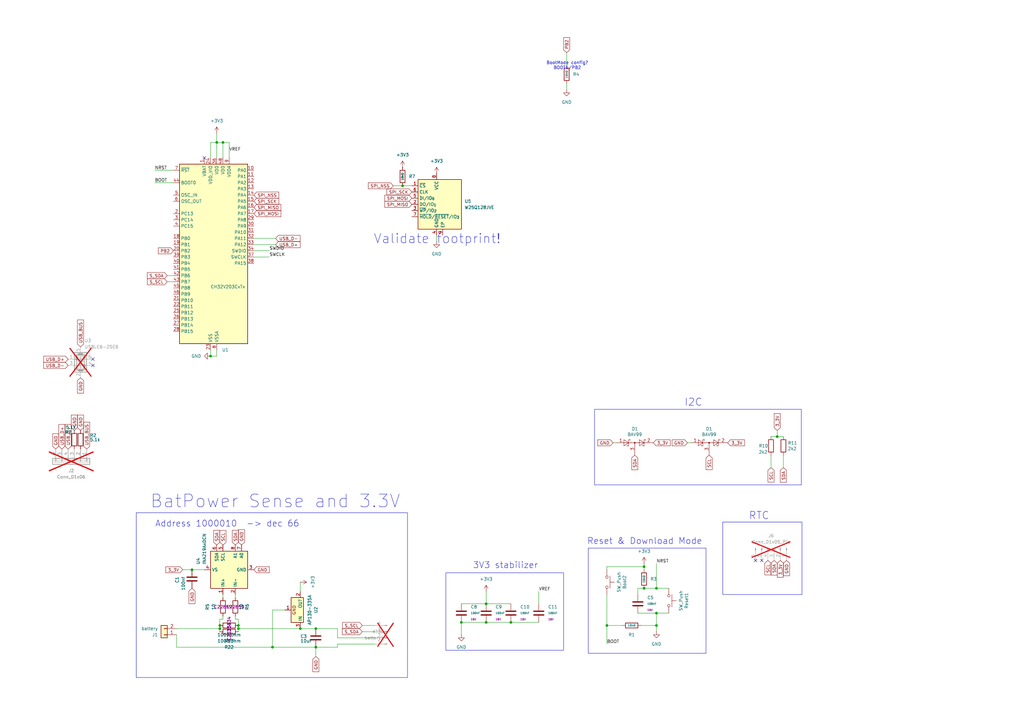
<source format=kicad_sch>
(kicad_sch
	(version 20250114)
	(generator "eeschema")
	(generator_version "9.0")
	(uuid "7972d0e7-2611-420d-b298-ef8307db6186")
	(paper "A3")
	
	(rectangle
		(start 182.88 234.95)
		(end 231.14 266.7)
		(stroke
			(width 0)
			(type default)
		)
		(fill
			(type none)
		)
		(uuid 479092eb-abd0-4390-80d0-10eeb3b6311f)
	)
	(rectangle
		(start 55.88 210.312)
		(end 167.132 277.876)
		(stroke
			(width 0)
			(type default)
		)
		(fill
			(type none)
		)
		(uuid 48f510b9-f444-4a7a-a155-bfab878af915)
	)
	(rectangle
		(start 243.84 167.894)
		(end 328.676 198.882)
		(stroke
			(width 0)
			(type default)
		)
		(fill
			(type none)
		)
		(uuid 727099e4-313f-4557-93bc-1bf370d73341)
	)
	(rectangle
		(start 241.3 224.79)
		(end 289.56 267.97)
		(stroke
			(width 0)
			(type default)
		)
		(fill
			(type none)
		)
		(uuid 7e4d3f98-2fb9-4bf9-b63d-d1b7b222c288)
	)
	(rectangle
		(start 296.418 214.122)
		(end 328.93 243.84)
		(stroke
			(width 0)
			(type default)
		)
		(fill
			(type none)
		)
		(uuid f5d98909-b850-4951-a390-5ac9f7106aa6)
	)
	(text "RTC"
		(exclude_from_sim no)
		(at 307.086 213.36 0)
		(effects
			(font
				(size 3 3)
			)
			(justify left bottom)
		)
		(uuid "154562df-3884-4393-a29d-9cd209049fbb")
	)
	(text "Address 1000010  -> dec 66"
		(exclude_from_sim no)
		(at 93.218 214.884 0)
		(effects
			(font
				(size 2.54 2.54)
			)
		)
		(uuid "1e6d0d8b-0114-4f47-aa4c-8438a456319b")
	)
	(text "3V3 stabilizer"
		(exclude_from_sim no)
		(at 220.726 233.426 0)
		(effects
			(font
				(size 2.54 2.54)
			)
			(justify right bottom)
		)
		(uuid "33526bed-8653-4019-9d65-0ca5fb30b52f")
	)
	(text "Validate footprint!\n"
		(exclude_from_sim no)
		(at 179.324 98.044 0)
		(effects
			(font
				(size 3.81 3.81)
			)
		)
		(uuid "36a8cdcb-44b2-4c2f-813b-ef33906d163b")
	)
	(text "BootMode config?\nBOOT1/PB2"
		(exclude_from_sim no)
		(at 232.664 26.924 0)
		(effects
			(font
				(size 1.27 1.27)
			)
		)
		(uuid "47a747e4-957a-4f46-b1ac-734caefd61c0")
	)
	(text "BatPower Sense and 3.3V"
		(exclude_from_sim no)
		(at 164.338 208.788 0)
		(effects
			(font
				(size 5.2578 5.2578)
			)
			(justify right bottom)
		)
		(uuid "539e4d98-1f47-4fa4-bad0-c6c157761ad5")
	)
	(text "Reset & Download Mode"
		(exclude_from_sim no)
		(at 288.036 223.52 0)
		(effects
			(font
				(size 2.54 2.54)
			)
			(justify right bottom)
		)
		(uuid "88ef8676-9f5b-474a-ac72-b7aa612436f1")
	)
	(text "I2C\n"
		(exclude_from_sim no)
		(at 280.67 166.878 0)
		(effects
			(font
				(size 3 3)
			)
			(justify left bottom)
		)
		(uuid "9fe9c13d-28e9-42c7-916b-edd579754faa")
	)
	(junction
		(at 90.17 257.81)
		(diameter 0)
		(color 0 0 0 0)
		(uuid "05d13b0c-9c41-44ca-8a65-923679c55321")
	)
	(junction
		(at 264.16 232.41)
		(diameter 0)
		(color 0 0 0 0)
		(uuid "0fc741b4-42d8-472d-9840-4a4d93359d07")
	)
	(junction
		(at 318.77 179.07)
		(diameter 0)
		(color 0 0 0 0)
		(uuid "1798c3cb-0ac0-4d59-802b-c62d1663c82f")
	)
	(junction
		(at 269.24 241.3)
		(diameter 0)
		(color 0 0 0 0)
		(uuid "19cf4214-97d0-4231-a625-27a6dc8d54f0")
	)
	(junction
		(at 269.24 251.46)
		(diameter 0)
		(color 0 0 0 0)
		(uuid "1ef0f941-d918-4bb8-bb60-d16c785d259f")
	)
	(junction
		(at 264.16 241.3)
		(diameter 0)
		(color 0 0 0 0)
		(uuid "1fb01ab2-4a53-4673-a680-59c3085c280b")
	)
	(junction
		(at 91.44 58.42)
		(diameter 0)
		(color 0 0 0 0)
		(uuid "3c2430e9-a1af-4e4b-a6c1-cd3ab244e581")
	)
	(junction
		(at 123.19 257.81)
		(diameter 0)
		(color 0 0 0 0)
		(uuid "60c47876-3824-4a0b-a3bf-29f5293ea316")
	)
	(junction
		(at 129.54 257.81)
		(diameter 0)
		(color 0 0 0 0)
		(uuid "69c7dbcf-141d-4f09-b35c-0fdddd41467c")
	)
	(junction
		(at 111.76 265.43)
		(diameter 0)
		(color 0 0 0 0)
		(uuid "7823f839-e329-4956-9702-2f1f56e2b0f7")
	)
	(junction
		(at 90.17 256.54)
		(diameter 0)
		(color 0 0 0 0)
		(uuid "7cbd8187-ba03-4ec6-b4c4-96dbf56ec76a")
	)
	(junction
		(at 199.39 255.27)
		(diameter 0)
		(color 0 0 0 0)
		(uuid "7ce92d23-2136-441a-84d1-7e788a1c11b5")
	)
	(junction
		(at 199.39 247.65)
		(diameter 0)
		(color 0 0 0 0)
		(uuid "807c5f97-a836-47f7-b6cf-ed5e3d695991")
	)
	(junction
		(at 165.1 76.2)
		(diameter 0)
		(color 0 0 0 0)
		(uuid "80edcb2d-d7c4-4152-a180-cf5c9c42b474")
	)
	(junction
		(at 189.23 255.27)
		(diameter 0)
		(color 0 0 0 0)
		(uuid "83cb6e91-5977-4fc0-b065-7c5e330ee947")
	)
	(junction
		(at 269.24 256.54)
		(diameter 0)
		(color 0 0 0 0)
		(uuid "8a5f6df4-7415-47af-9ad1-647619b903b6")
	)
	(junction
		(at 97.79 257.81)
		(diameter 0)
		(color 0 0 0 0)
		(uuid "94169690-8950-4bc8-92b1-95867413e826")
	)
	(junction
		(at 78.74 233.68)
		(diameter 0)
		(color 0 0 0 0)
		(uuid "976cc67b-1c3c-4b60-b147-77c82830441d")
	)
	(junction
		(at 97.79 256.54)
		(diameter 0)
		(color 0 0 0 0)
		(uuid "9f9de9e2-1e75-497a-9b39-ae066dc432cc")
	)
	(junction
		(at 86.36 146.05)
		(diameter 0)
		(color 0 0 0 0)
		(uuid "ad80f10c-0651-41d3-b14f-169e74f8b96a")
	)
	(junction
		(at 88.9 58.42)
		(diameter 0)
		(color 0 0 0 0)
		(uuid "c2ff1913-97ac-490c-9055-78e232f19888")
	)
	(junction
		(at 209.55 255.27)
		(diameter 0)
		(color 0 0 0 0)
		(uuid "e42b2ae6-b510-40ab-bfd4-8f81a39801f6")
	)
	(junction
		(at 129.54 265.43)
		(diameter 0)
		(color 0 0 0 0)
		(uuid "e9d566d3-d317-4fd3-88f5-d909e9724e2d")
	)
	(junction
		(at 248.92 256.54)
		(diameter 0)
		(color 0 0 0 0)
		(uuid "f0fe21d0-af94-4ae6-96f6-3d52b7b633de")
	)
	(no_connect
		(at 309.88 229.87)
		(uuid "05afa28c-f928-4556-9b74-f2344dfed473")
	)
	(no_connect
		(at 38.1 147.32)
		(uuid "315cdf0c-ce9e-4638-9167-c7c05be6cff5")
	)
	(no_connect
		(at 38.1 149.86)
		(uuid "54d10521-37ae-4827-80c8-1d0868b3679d")
	)
	(no_connect
		(at 83.82 64.77)
		(uuid "bde98d96-c6c1-47ac-9338-1b1487fca8a5")
	)
	(no_connect
		(at 312.42 229.87)
		(uuid "f2c4814d-2ada-40d3-91f2-47715b7ed7ec")
	)
	(wire
		(pts
			(xy 129.54 269.24) (xy 129.54 265.43)
		)
		(stroke
			(width 0)
			(type default)
		)
		(uuid "0b5eb5e5-9cf7-4adf-8412-32ca8eba27db")
	)
	(wire
		(pts
			(xy 68.58 115.57) (xy 71.12 115.57)
		)
		(stroke
			(width 0)
			(type default)
		)
		(uuid "0b671c28-b172-422d-b64f-eacc4313d8b4")
	)
	(wire
		(pts
			(xy 318.77 179.07) (xy 321.31 179.07)
		)
		(stroke
			(width 0)
			(type default)
		)
		(uuid "0f1121bd-572b-4459-8576-21e6b10c1d34")
	)
	(wire
		(pts
			(xy 262.89 256.54) (xy 269.24 256.54)
		)
		(stroke
			(width 0)
			(type default)
		)
		(uuid "0f42c27d-4f09-4274-9b7a-c564b1681468")
	)
	(wire
		(pts
			(xy 86.36 64.77) (xy 86.36 58.42)
		)
		(stroke
			(width 0)
			(type default)
		)
		(uuid "11cba74c-49fa-4932-82ac-b5e6593c58ae")
	)
	(wire
		(pts
			(xy 148.59 256.54) (xy 153.67 256.54)
		)
		(stroke
			(width 0)
			(type default)
		)
		(uuid "1239cbce-9943-4a41-a8e4-ae5b75825b0b")
	)
	(wire
		(pts
			(xy 68.58 113.03) (xy 71.12 113.03)
		)
		(stroke
			(width 0)
			(type default)
		)
		(uuid "17ccbd45-0416-4f13-a508-2de385ca694d")
	)
	(wire
		(pts
			(xy 232.41 21.59) (xy 232.41 26.67)
		)
		(stroke
			(width 0)
			(type default)
		)
		(uuid "18125dd7-28cb-4ce7-a038-6f63c323fd57")
	)
	(wire
		(pts
			(xy 318.77 176.53) (xy 318.77 179.07)
		)
		(stroke
			(width 0)
			(type default)
		)
		(uuid "207892a5-4329-4843-aa96-e170611aaaaa")
	)
	(wire
		(pts
			(xy 232.41 34.29) (xy 232.41 36.83)
		)
		(stroke
			(width 0)
			(type default)
		)
		(uuid "210d1314-6a2b-48b5-936b-7c4f2308145e")
	)
	(wire
		(pts
			(xy 86.36 146.05) (xy 86.36 143.51)
		)
		(stroke
			(width 0)
			(type default)
		)
		(uuid "218c9d70-4c4c-423a-bf28-403d2ae51b18")
	)
	(wire
		(pts
			(xy 74.93 233.68) (xy 78.74 233.68)
		)
		(stroke
			(width 0)
			(type default)
		)
		(uuid "2b92108d-4564-49cb-b50f-31d4e15b54de")
	)
	(wire
		(pts
			(xy 264.16 232.41) (xy 264.16 233.68)
		)
		(stroke
			(width 0)
			(type default)
		)
		(uuid "31c67f6d-1178-426d-a240-272a607236ba")
	)
	(wire
		(pts
			(xy 90.17 259.08) (xy 90.17 257.81)
		)
		(stroke
			(width 0)
			(type default)
		)
		(uuid "3835db54-fd62-424d-8fcb-452f6f54be93")
	)
	(wire
		(pts
			(xy 88.9 143.51) (xy 88.9 146.05)
		)
		(stroke
			(width 0)
			(type default)
		)
		(uuid "38dbbfce-16ca-4fe0-acfc-aae3612a1e4c")
	)
	(wire
		(pts
			(xy 86.36 58.42) (xy 88.9 58.42)
		)
		(stroke
			(width 0)
			(type default)
		)
		(uuid "393d07c0-0a8b-43af-a8e2-ff13568ac5f7")
	)
	(wire
		(pts
			(xy 264.16 231.14) (xy 264.16 232.41)
		)
		(stroke
			(width 0)
			(type default)
		)
		(uuid "39596384-20c7-4c03-8fef-037dbb30fa03")
	)
	(wire
		(pts
			(xy 209.55 255.27) (xy 220.98 255.27)
		)
		(stroke
			(width 0)
			(type default)
		)
		(uuid "3967f97c-c74a-4f8c-bc1c-eb2a25f3bbd4")
	)
	(wire
		(pts
			(xy 97.79 257.81) (xy 97.79 256.54)
		)
		(stroke
			(width 0)
			(type default)
		)
		(uuid "39712c1b-713e-4bb3-8bf7-3b62daab3225")
	)
	(wire
		(pts
			(xy 91.44 58.42) (xy 93.98 58.42)
		)
		(stroke
			(width 0)
			(type default)
		)
		(uuid "3bf1e582-6166-4499-bda2-ddda40f545ad")
	)
	(wire
		(pts
			(xy 104.14 97.79) (xy 113.03 97.79)
		)
		(stroke
			(width 0)
			(type default)
		)
		(uuid "3cb36e4a-7190-4b92-a30c-d70c98565acf")
	)
	(wire
		(pts
			(xy 91.44 245.11) (xy 91.44 243.84)
		)
		(stroke
			(width 0)
			(type default)
		)
		(uuid "41d4871a-e24f-404d-9198-4ebaf0ba2276")
	)
	(wire
		(pts
			(xy 189.23 255.27) (xy 199.39 255.27)
		)
		(stroke
			(width 0)
			(type default)
		)
		(uuid "42935e62-c5b0-4864-a75c-5aef2cb4c353")
	)
	(wire
		(pts
			(xy 251.46 181.61) (xy 252.73 181.61)
		)
		(stroke
			(width 0)
			(type default)
		)
		(uuid "4c71343c-d253-4e50-8f3c-52c302f37648")
	)
	(wire
		(pts
			(xy 96.52 245.11) (xy 96.52 243.84)
		)
		(stroke
			(width 0)
			(type default)
		)
		(uuid "50060244-cc41-4063-bbdc-e4cafd93719d")
	)
	(wire
		(pts
			(xy 168.91 76.2) (xy 165.1 76.2)
		)
		(stroke
			(width 0)
			(type default)
		)
		(uuid "537e7c9e-6c42-4999-8bc1-8f70736e10a2")
	)
	(wire
		(pts
			(xy 63.5 69.85) (xy 71.12 69.85)
		)
		(stroke
			(width 0)
			(type default)
		)
		(uuid "54b7f1d2-b4ce-4593-bfd4-7b09ae30686d")
	)
	(wire
		(pts
			(xy 93.98 58.42) (xy 93.98 64.77)
		)
		(stroke
			(width 0)
			(type default)
		)
		(uuid "550b4a59-2e3e-48e1-869e-294bd069cb25")
	)
	(wire
		(pts
			(xy 261.62 241.3) (xy 264.16 241.3)
		)
		(stroke
			(width 0)
			(type default)
		)
		(uuid "57b95878-d706-46e5-aed7-f1b926776187")
	)
	(wire
		(pts
			(xy 199.39 255.27) (xy 209.55 255.27)
		)
		(stroke
			(width 0)
			(type default)
		)
		(uuid "57e93cc3-1a53-4842-bce5-b72207bf15a9")
	)
	(wire
		(pts
			(xy 316.23 186.69) (xy 316.23 191.77)
		)
		(stroke
			(width 0)
			(type default)
		)
		(uuid "589e38da-7982-4431-b339-c5aeb289a5e6")
	)
	(wire
		(pts
			(xy 199.39 242.57) (xy 199.39 247.65)
		)
		(stroke
			(width 0)
			(type default)
		)
		(uuid "594e8624-ef25-486e-9b97-49fa7eab1868")
	)
	(wire
		(pts
			(xy 281.94 181.61) (xy 283.21 181.61)
		)
		(stroke
			(width 0)
			(type default)
		)
		(uuid "596d295b-9c90-451d-a6a7-0fd11927eb1b")
	)
	(wire
		(pts
			(xy 269.24 241.3) (xy 274.32 241.3)
		)
		(stroke
			(width 0)
			(type default)
		)
		(uuid "5b733bee-3a8b-4389-a4a8-447949ea9f9d")
	)
	(wire
		(pts
			(xy 148.59 259.08) (xy 153.67 259.08)
		)
		(stroke
			(width 0)
			(type default)
		)
		(uuid "5c84eb78-5a6c-4d2f-8e97-0bb772a7057c")
	)
	(wire
		(pts
			(xy 264.16 241.3) (xy 269.24 241.3)
		)
		(stroke
			(width 0)
			(type default)
		)
		(uuid "62cb95a6-6e9a-4da9-857f-40512e915488")
	)
	(wire
		(pts
			(xy 248.92 232.41) (xy 248.92 233.68)
		)
		(stroke
			(width 0)
			(type default)
		)
		(uuid "6329344d-c535-4597-b826-c5ce167c13d4")
	)
	(wire
		(pts
			(xy 78.74 233.68) (xy 83.82 233.68)
		)
		(stroke
			(width 0)
			(type default)
		)
		(uuid "6416d0a7-b9ae-4e9b-ad55-264561e3fbb7")
	)
	(wire
		(pts
			(xy 248.92 256.54) (xy 255.27 256.54)
		)
		(stroke
			(width 0)
			(type default)
		)
		(uuid "680ae8d6-d333-4d81-9292-fa2aff13e09d")
	)
	(wire
		(pts
			(xy 90.17 257.81) (xy 90.17 256.54)
		)
		(stroke
			(width 0)
			(type default)
		)
		(uuid "6a44c245-5fca-429f-9c4c-cb483c6d0981")
	)
	(wire
		(pts
			(xy 189.23 255.27) (xy 189.23 260.35)
		)
		(stroke
			(width 0)
			(type default)
		)
		(uuid "6ad7ea0e-fba2-4f9d-b3c0-52b8d879d8b0")
	)
	(wire
		(pts
			(xy 116.84 250.19) (xy 111.76 250.19)
		)
		(stroke
			(width 0)
			(type default)
		)
		(uuid "6b494751-51ae-43c5-8674-de67d88580db")
	)
	(wire
		(pts
			(xy 321.31 191.77) (xy 321.31 186.69)
		)
		(stroke
			(width 0)
			(type default)
		)
		(uuid "6bb75f43-d2f2-4a00-aeb8-5030b4a9a5d3")
	)
	(wire
		(pts
			(xy 111.76 265.43) (xy 129.54 265.43)
		)
		(stroke
			(width 0)
			(type default)
		)
		(uuid "6ce0fe8a-b865-491f-9a25-235a830cf5b2")
	)
	(wire
		(pts
			(xy 91.44 58.42) (xy 91.44 64.77)
		)
		(stroke
			(width 0)
			(type default)
		)
		(uuid "6f5acd64-9ef7-400c-af9f-7ad9a04a7af0")
	)
	(wire
		(pts
			(xy 97.79 257.81) (xy 123.19 257.81)
		)
		(stroke
			(width 0)
			(type default)
		)
		(uuid "711ef8da-5890-42fc-9d6b-dbe9268e5b6d")
	)
	(wire
		(pts
			(xy 72.39 260.35) (xy 72.39 265.43)
		)
		(stroke
			(width 0)
			(type default)
		)
		(uuid "7278f171-a8b8-40e6-93c8-2016dd01cfa5")
	)
	(wire
		(pts
			(xy 63.5 74.93) (xy 71.12 74.93)
		)
		(stroke
			(width 0)
			(type default)
		)
		(uuid "76c5248c-ebcc-499a-99f2-a11ad24c18e2")
	)
	(wire
		(pts
			(xy 104.14 100.33) (xy 113.03 100.33)
		)
		(stroke
			(width 0)
			(type default)
		)
		(uuid "7a897700-a3e3-4f51-bd0a-1836b22890c7")
	)
	(wire
		(pts
			(xy 104.14 105.41) (xy 110.49 105.41)
		)
		(stroke
			(width 0)
			(type default)
		)
		(uuid "7b89fecd-4ed6-45bc-8374-ba46bc425c1e")
	)
	(wire
		(pts
			(xy 220.98 242.57) (xy 220.98 247.65)
		)
		(stroke
			(width 0)
			(type default)
		)
		(uuid "7e5d7f1c-4571-440c-8554-d872c97b37a6")
	)
	(wire
		(pts
			(xy 248.92 243.84) (xy 248.92 256.54)
		)
		(stroke
			(width 0)
			(type default)
		)
		(uuid "7ea2c62f-a6a6-40b1-b543-4ccd8d11f281")
	)
	(wire
		(pts
			(xy 123.19 257.81) (xy 129.54 257.81)
		)
		(stroke
			(width 0)
			(type default)
		)
		(uuid "87737593-aab5-4f9e-8a3e-75be95945e9a")
	)
	(wire
		(pts
			(xy 269.24 251.46) (xy 269.24 256.54)
		)
		(stroke
			(width 0)
			(type default)
		)
		(uuid "8a686335-2690-43a8-8939-4f7c2d7734e9")
	)
	(wire
		(pts
			(xy 138.43 264.16) (xy 153.67 264.16)
		)
		(stroke
			(width 0)
			(type default)
		)
		(uuid "8bb0e76d-918a-494c-9623-c36b56e5af1b")
	)
	(wire
		(pts
			(xy 96.52 254) (xy 96.52 252.73)
		)
		(stroke
			(width 0)
			(type default)
		)
		(uuid "8c3b2cf8-259f-4aae-b1f1-f13170678f1e")
	)
	(wire
		(pts
			(xy 97.79 259.08) (xy 97.79 257.81)
		)
		(stroke
			(width 0)
			(type default)
		)
		(uuid "92367a5d-8ebb-4b15-91b2-10ec4cb11eee")
	)
	(wire
		(pts
			(xy 123.19 242.57) (xy 123.19 238.76)
		)
		(stroke
			(width 0)
			(type default)
		)
		(uuid "94473a07-6041-4312-99a9-25f283122d7e")
	)
	(wire
		(pts
			(xy 138.43 261.62) (xy 138.43 257.81)
		)
		(stroke
			(width 0)
			(type default)
		)
		(uuid "955d8d3b-93f4-4d14-bc2a-e5111e3e5cc8")
	)
	(wire
		(pts
			(xy 90.17 254) (xy 90.17 256.54)
		)
		(stroke
			(width 0)
			(type default)
		)
		(uuid "99fb24fd-233a-4b95-8092-abf36f3b74e7")
	)
	(wire
		(pts
			(xy 264.16 232.41) (xy 248.92 232.41)
		)
		(stroke
			(width 0)
			(type default)
		)
		(uuid "9a139099-f7b9-4630-b994-0e5998db3cdd")
	)
	(wire
		(pts
			(xy 88.9 54.61) (xy 88.9 58.42)
		)
		(stroke
			(width 0)
			(type default)
		)
		(uuid "b300a886-0e34-4e5c-ac1a-5eac6f9c0e18")
	)
	(wire
		(pts
			(xy 72.39 265.43) (xy 111.76 265.43)
		)
		(stroke
			(width 0)
			(type default)
		)
		(uuid "b3b83f56-49ea-4ae1-8d42-977e737c1481")
	)
	(wire
		(pts
			(xy 269.24 251.46) (xy 274.32 251.46)
		)
		(stroke
			(width 0)
			(type default)
		)
		(uuid "b40a3577-2af1-4eb4-a53a-caa558112d9f")
	)
	(wire
		(pts
			(xy 248.92 256.54) (xy 248.92 264.16)
		)
		(stroke
			(width 0)
			(type default)
		)
		(uuid "b6c22a09-13e9-4f4d-9385-4732bbf54ec8")
	)
	(wire
		(pts
			(xy 261.62 241.3) (xy 261.62 243.84)
		)
		(stroke
			(width 0)
			(type default)
		)
		(uuid "b92ae34c-2ce5-40f3-96bf-3be26388b626")
	)
	(wire
		(pts
			(xy 161.29 76.2) (xy 165.1 76.2)
		)
		(stroke
			(width 0)
			(type default)
		)
		(uuid "ba4c0a26-4cef-4730-8d84-8c64bec92c9c")
	)
	(wire
		(pts
			(xy 316.23 179.07) (xy 318.77 179.07)
		)
		(stroke
			(width 0)
			(type default)
		)
		(uuid "bf5430fb-8ab0-489d-9975-22165ee09e19")
	)
	(wire
		(pts
			(xy 111.76 250.19) (xy 111.76 265.43)
		)
		(stroke
			(width 0)
			(type default)
		)
		(uuid "cb641a06-607b-4978-a597-0ded556005c3")
	)
	(wire
		(pts
			(xy 104.14 102.87) (xy 110.49 102.87)
		)
		(stroke
			(width 0)
			(type default)
		)
		(uuid "d7b48074-cdd0-4095-b255-70b4278392b6")
	)
	(wire
		(pts
			(xy 88.9 64.77) (xy 88.9 58.42)
		)
		(stroke
			(width 0)
			(type default)
		)
		(uuid "d8f86c5e-84fd-470f-8962-9e2b10f69505")
	)
	(wire
		(pts
			(xy 88.9 146.05) (xy 86.36 146.05)
		)
		(stroke
			(width 0)
			(type default)
		)
		(uuid "d90dde52-37ed-470e-bdbd-a10772012aaa")
	)
	(wire
		(pts
			(xy 153.67 261.62) (xy 138.43 261.62)
		)
		(stroke
			(width 0)
			(type default)
		)
		(uuid "dae8ffb5-43e6-4506-8c89-4aeef86f1eb1")
	)
	(wire
		(pts
			(xy 97.79 254) (xy 97.79 256.54)
		)
		(stroke
			(width 0)
			(type default)
		)
		(uuid "de0de815-b699-4c5a-8f57-e470f43bb303")
	)
	(wire
		(pts
			(xy 91.44 254) (xy 91.44 252.73)
		)
		(stroke
			(width 0)
			(type default)
		)
		(uuid "e04127a2-1f95-4341-9f1d-644fd7cfcb3c")
	)
	(wire
		(pts
			(xy 72.39 257.81) (xy 90.17 257.81)
		)
		(stroke
			(width 0)
			(type default)
		)
		(uuid "e2184508-8cf9-47f8-a350-ae1d032188a8")
	)
	(wire
		(pts
			(xy 269.24 256.54) (xy 269.24 259.08)
		)
		(stroke
			(width 0)
			(type default)
		)
		(uuid "e32e07a8-ad1b-47ec-b732-dc49434ec90a")
	)
	(wire
		(pts
			(xy 269.24 231.14) (xy 269.24 241.3)
		)
		(stroke
			(width 0)
			(type default)
		)
		(uuid "eb00477f-33ce-4a0a-8fa9-957a091a93fc")
	)
	(wire
		(pts
			(xy 199.39 247.65) (xy 209.55 247.65)
		)
		(stroke
			(width 0)
			(type default)
		)
		(uuid "ec9df824-3e40-4028-ac11-dc9cb4f68696")
	)
	(wire
		(pts
			(xy 91.44 254) (xy 90.17 254)
		)
		(stroke
			(width 0)
			(type default)
		)
		(uuid "f1cb21f0-a443-4073-bcde-4004daececeb")
	)
	(wire
		(pts
			(xy 189.23 247.65) (xy 199.39 247.65)
		)
		(stroke
			(width 0)
			(type default)
		)
		(uuid "f357e0ec-289c-4a93-8e7f-3699fcbf8820")
	)
	(wire
		(pts
			(xy 88.9 58.42) (xy 91.44 58.42)
		)
		(stroke
			(width 0)
			(type default)
		)
		(uuid "f3b9057f-10af-4504-8b86-079e233b6263")
	)
	(wire
		(pts
			(xy 96.52 254) (xy 97.79 254)
		)
		(stroke
			(width 0)
			(type default)
		)
		(uuid "f56b31a1-2f88-4d9a-bd9d-1ad07017363e")
	)
	(wire
		(pts
			(xy 138.43 257.81) (xy 129.54 257.81)
		)
		(stroke
			(width 0)
			(type default)
		)
		(uuid "f891582b-2a59-4254-a343-66f4981fee01")
	)
	(wire
		(pts
			(xy 129.54 265.43) (xy 138.43 265.43)
		)
		(stroke
			(width 0)
			(type default)
		)
		(uuid "f9438183-83e0-4cb0-926c-9e18471d8525")
	)
	(wire
		(pts
			(xy 138.43 265.43) (xy 138.43 264.16)
		)
		(stroke
			(width 0)
			(type default)
		)
		(uuid "fb8f75da-5d89-4836-9e71-99d62ee73543")
	)
	(wire
		(pts
			(xy 261.62 251.46) (xy 269.24 251.46)
		)
		(stroke
			(width 0)
			(type default)
		)
		(uuid "fbc6d07a-3ca9-4878-aece-23232c3fa0bb")
	)
	(wire
		(pts
			(xy 179.07 96.52) (xy 179.07 99.06)
		)
		(stroke
			(width 0)
			(type default)
		)
		(uuid "fddadc5e-3884-47fe-9845-2c4b73d86b62")
	)
	(label "VREF"
		(at 93.98 62.23 0)
		(effects
			(font
				(size 1.27 1.27)
			)
			(justify left bottom)
		)
		(uuid "04edb7cd-6c3b-44e6-af51-251cc30f17bb")
	)
	(label "SWDIO"
		(at 110.49 102.87 0)
		(effects
			(font
				(size 1.27 1.27)
			)
			(justify left bottom)
		)
		(uuid "0c7f94c1-cfcc-4889-ab17-6352bdb11454")
	)
	(label "NRST"
		(at 63.5 69.85 0)
		(effects
			(font
				(size 1.27 1.27)
			)
			(justify left bottom)
		)
		(uuid "588d6c89-52eb-44a7-b77e-278c30c08a22")
	)
	(label "BOOT"
		(at 63.5 74.93 0)
		(effects
			(font
				(size 1.27 1.27)
			)
			(justify left bottom)
		)
		(uuid "6f143648-1cb6-451a-b1e8-cc349439c65e")
	)
	(label "SWCLK"
		(at 110.49 105.41 0)
		(effects
			(font
				(size 1.27 1.27)
			)
			(justify left bottom)
		)
		(uuid "8d06df6f-67cd-4439-9322-5dee76332db0")
	)
	(label "VREF"
		(at 220.98 242.57 0)
		(effects
			(font
				(size 1.27 1.27)
			)
			(justify left bottom)
		)
		(uuid "a7c17cc9-047a-45fb-89a3-2e4df6bf0e73")
	)
	(label "BOOT"
		(at 248.92 264.16 0)
		(effects
			(font
				(size 1.27 1.27)
			)
			(justify left bottom)
		)
		(uuid "ecbe21f5-e930-4ba4-843f-cf3524c830e2")
	)
	(label "NRST"
		(at 269.24 231.14 0)
		(effects
			(font
				(size 1.27 1.27)
			)
			(justify left bottom)
		)
		(uuid "f4a69cfc-5102-459a-b713-4d9aa90e0edf")
	)
	(global_label "SDA"
		(shape input)
		(at 317.5 229.87 270)
		(fields_autoplaced yes)
		(effects
			(font
				(size 1.27 1.27)
			)
			(justify right)
		)
		(uuid "05414c1c-163c-44da-93b5-129054b32624")
		(property "Intersheetrefs" "${INTERSHEET_REFS}"
			(at 317.5 235.7691 90)
			(effects
				(font
					(size 1.27 1.27)
				)
				(justify right)
				(hide yes)
			)
		)
	)
	(global_label "SDA"
		(shape input)
		(at 260.35 186.69 270)
		(fields_autoplaced yes)
		(effects
			(font
				(size 1.27 1.27)
			)
			(justify right)
		)
		(uuid "13b8e728-4756-4b61-a439-a2d5ebdab366")
		(property "Intersheetrefs" "${INTERSHEET_REFS}"
			(at 260.35 192.5891 90)
			(effects
				(font
					(size 1.27 1.27)
				)
				(justify right)
				(hide yes)
			)
		)
	)
	(global_label "GND"
		(shape input)
		(at 30.48 176.53 90)
		(fields_autoplaced yes)
		(effects
			(font
				(size 1.27 1.27)
			)
			(justify left)
		)
		(uuid "13f7234c-09a6-4830-82c5-39b85f8770ab")
		(property "Intersheetrefs" "${INTERSHEET_REFS}"
			(at 30.48 170.3285 90)
			(effects
				(font
					(size 1.27 1.27)
				)
				(justify left)
				(hide yes)
			)
		)
	)
	(global_label "3_3V"
		(shape input)
		(at 267.97 181.61 0)
		(fields_autoplaced yes)
		(effects
			(font
				(size 1.27 1.27)
			)
			(justify left)
		)
		(uuid "15e94ce7-56d3-4072-81c1-65cc5d509ec2")
		(property "Intersheetrefs" "${INTERSHEET_REFS}"
			(at 274.6968 181.61 0)
			(effects
				(font
					(size 1.27 1.27)
				)
				(justify left)
				(hide yes)
			)
		)
	)
	(global_label "SPI_NSS"
		(shape input)
		(at 161.29 76.2 180)
		(fields_autoplaced yes)
		(effects
			(font
				(size 1.27 1.27)
			)
			(justify right)
		)
		(uuid "205a3e33-355a-4c9d-91ee-35c2eb172bb4")
		(property "Intersheetrefs" "${INTERSHEET_REFS}"
			(at 150.5034 76.2 0)
			(effects
				(font
					(size 1.27 1.27)
				)
				(justify right)
				(hide yes)
			)
		)
	)
	(global_label "SDA"
		(shape input)
		(at 321.31 191.77 270)
		(fields_autoplaced yes)
		(effects
			(font
				(size 1.27 1.27)
			)
			(justify right)
		)
		(uuid "26bf99e4-b0c6-4c45-9e14-2f267f796a59")
		(property "Intersheetrefs" "${INTERSHEET_REFS}"
			(at 321.31 197.6691 90)
			(effects
				(font
					(size 1.27 1.27)
				)
				(justify right)
				(hide yes)
			)
		)
	)
	(global_label "SDA"
		(shape input)
		(at 96.52 223.52 90)
		(fields_autoplaced yes)
		(effects
			(font
				(size 1.27 1.27)
			)
			(justify left)
		)
		(uuid "3019b05c-b92f-49e4-8d39-7f88a57f5d75")
		(property "Intersheetrefs" "${INTERSHEET_REFS}"
			(at 96.52 216.9667 90)
			(effects
				(font
					(size 1.27 1.27)
				)
				(justify left)
				(hide yes)
			)
		)
	)
	(global_label "USB_BUS"
		(shape input)
		(at 33.02 142.24 90)
		(fields_autoplaced yes)
		(effects
			(font
				(size 1.27 1.27)
			)
			(justify left)
		)
		(uuid "31c7e737-0853-4791-b4f4-a9a056362e3d")
		(property "Intersheetrefs" "${INTERSHEET_REFS}"
			(at 33.02 131.3214 90)
			(effects
				(font
					(size 1.27 1.27)
				)
				(justify left)
				(hide yes)
			)
		)
	)
	(global_label "S_SDA"
		(shape input)
		(at 148.59 259.08 180)
		(fields_autoplaced yes)
		(effects
			(font
				(size 1.27 1.27)
			)
			(justify right)
		)
		(uuid "3816c5f2-6e6b-4494-b08d-5538141fa881")
		(property "Intersheetrefs" "${INTERSHEET_REFS}"
			(at 139.8596 259.08 0)
			(effects
				(font
					(size 1.27 1.27)
				)
				(justify right)
				(hide yes)
			)
		)
	)
	(global_label "SCL"
		(shape input)
		(at 290.83 186.69 270)
		(fields_autoplaced yes)
		(effects
			(font
				(size 1.27 1.27)
			)
			(justify right)
		)
		(uuid "473d9367-b80a-4fc4-800a-b640c8ef6417")
		(property "Intersheetrefs" "${INTERSHEET_REFS}"
			(at 290.83 192.5286 90)
			(effects
				(font
					(size 1.27 1.27)
				)
				(justify right)
				(hide yes)
			)
		)
	)
	(global_label "3_3V"
		(shape input)
		(at 318.77 176.53 90)
		(fields_autoplaced yes)
		(effects
			(font
				(size 1.27 1.27)
			)
			(justify left)
		)
		(uuid "4ae62ad4-b82f-47a1-9dcd-b72fdca69063")
		(property "Intersheetrefs" "${INTERSHEET_REFS}"
			(at 318.77 169.7238 90)
			(effects
				(font
					(size 1.27 1.27)
				)
				(justify left)
				(hide yes)
			)
		)
	)
	(global_label "GND"
		(shape input)
		(at 99.06 223.52 90)
		(fields_autoplaced yes)
		(effects
			(font
				(size 1.27 1.27)
			)
			(justify left)
		)
		(uuid "4cb8f7b5-693b-4792-b76a-98efb1ea00d1")
		(property "Intersheetrefs" "${INTERSHEET_REFS}"
			(at 99.06 216.6643 90)
			(effects
				(font
					(size 1.27 1.27)
				)
				(justify left)
				(hide yes)
			)
		)
	)
	(global_label "USB_D-"
		(shape input)
		(at 113.03 97.79 0)
		(fields_autoplaced yes)
		(effects
			(font
				(size 1.27 1.27)
			)
			(justify left)
		)
		(uuid "4f495767-434b-4f26-b176-b71c815180ea")
		(property "Intersheetrefs" "${INTERSHEET_REFS}"
			(at 123.6352 97.79 0)
			(effects
				(font
					(size 1.27 1.27)
				)
				(justify left)
				(hide yes)
			)
		)
	)
	(global_label "S_SDA"
		(shape input)
		(at 68.58 113.03 180)
		(fields_autoplaced yes)
		(effects
			(font
				(size 1.27 1.27)
			)
			(justify right)
		)
		(uuid "4f4d98a3-bb22-4cee-b4f1-563d38f7e5ca")
		(property "Intersheetrefs" "${INTERSHEET_REFS}"
			(at 59.8496 113.03 0)
			(effects
				(font
					(size 1.27 1.27)
				)
				(justify right)
				(hide yes)
			)
		)
	)
	(global_label "USB_D+"
		(shape input)
		(at 27.94 147.32 180)
		(fields_autoplaced yes)
		(effects
			(font
				(size 1.27 1.27)
			)
			(justify right)
		)
		(uuid "5269482a-9f5f-4184-8848-171cd2fdcbc4")
		(property "Intersheetrefs" "${INTERSHEET_REFS}"
			(at 17.989 147.32 0)
			(effects
				(font
					(size 1.27 1.27)
				)
				(justify right)
				(hide yes)
			)
		)
	)
	(global_label "GND"
		(shape input)
		(at 33.02 154.94 270)
		(fields_autoplaced yes)
		(effects
			(font
				(size 1.27 1.27)
			)
			(justify right)
		)
		(uuid "545eec15-2d11-48d0-9e01-ebbae17b51c7")
		(property "Intersheetrefs" "${INTERSHEET_REFS}"
			(at 33.02 161.1415 90)
			(effects
				(font
					(size 1.27 1.27)
				)
				(justify right)
				(hide yes)
			)
		)
	)
	(global_label "SPI_NSS"
		(shape input)
		(at 104.14 80.01 0)
		(fields_autoplaced yes)
		(effects
			(font
				(size 1.27 1.27)
			)
			(justify left)
		)
		(uuid "561deea4-b663-4b5a-a245-0f3f0f1ac299")
		(property "Intersheetrefs" "${INTERSHEET_REFS}"
			(at 114.9266 80.01 0)
			(effects
				(font
					(size 1.27 1.27)
				)
				(justify left)
				(hide yes)
			)
		)
	)
	(global_label "GND"
		(shape input)
		(at 281.94 181.61 180)
		(fields_autoplaced yes)
		(effects
			(font
				(size 1.27 1.27)
			)
			(justify right)
		)
		(uuid "57f1c61b-ec59-4de5-8695-d88fa346ab59")
		(property "Intersheetrefs" "${INTERSHEET_REFS}"
			(at 275.8179 181.61 0)
			(effects
				(font
					(size 1.27 1.27)
				)
				(justify right)
				(hide yes)
			)
		)
	)
	(global_label "SDA"
		(shape input)
		(at 88.9 223.52 90)
		(fields_autoplaced yes)
		(effects
			(font
				(size 1.27 1.27)
			)
			(justify left)
		)
		(uuid "5c3fac7c-5bed-41af-8c13-e12e9a5c1e7b")
		(property "Intersheetrefs" "${INTERSHEET_REFS}"
			(at 88.9 216.9667 90)
			(effects
				(font
					(size 1.27 1.27)
				)
				(justify left)
				(hide yes)
			)
		)
	)
	(global_label "S_SCL"
		(shape input)
		(at 148.59 256.54 180)
		(fields_autoplaced yes)
		(effects
			(font
				(size 1.27 1.27)
			)
			(justify right)
		)
		(uuid "5cd84213-41d8-4680-ad9e-421d49f69dc5")
		(property "Intersheetrefs" "${INTERSHEET_REFS}"
			(at 139.9201 256.54 0)
			(effects
				(font
					(size 1.27 1.27)
				)
				(justify right)
				(hide yes)
			)
		)
	)
	(global_label "GND"
		(shape input)
		(at 104.14 233.68 0)
		(fields_autoplaced yes)
		(effects
			(font
				(size 1.27 1.27)
			)
			(justify left)
		)
		(uuid "620976d0-900e-4af6-9796-141b5dcc6cef")
		(property "Intersheetrefs" "${INTERSHEET_REFS}"
			(at 110.9957 233.68 0)
			(effects
				(font
					(size 1.27 1.27)
				)
				(justify left)
				(hide yes)
			)
		)
	)
	(global_label "USB_D-"
		(shape input)
		(at 27.94 184.15 90)
		(fields_autoplaced yes)
		(effects
			(font
				(size 1.27 1.27)
			)
			(justify left)
		)
		(uuid "7b9d341c-6f12-4ef1-a48d-a50e8ea8aff6")
		(property "Intersheetrefs" "${INTERSHEET_REFS}"
			(at 27.94 174.199 90)
			(effects
				(font
					(size 1.27 1.27)
				)
				(justify left)
				(hide yes)
			)
		)
	)
	(global_label "SCL"
		(shape input)
		(at 316.23 191.77 270)
		(fields_autoplaced yes)
		(effects
			(font
				(size 1.27 1.27)
			)
			(justify right)
		)
		(uuid "7d4d967a-73af-49e8-bd5f-bf7ab75e7387")
		(property "Intersheetrefs" "${INTERSHEET_REFS}"
			(at 316.23 197.6086 90)
			(effects
				(font
					(size 1.27 1.27)
				)
				(justify right)
				(hide yes)
			)
		)
	)
	(global_label "SPI_MOSI"
		(shape input)
		(at 104.14 87.63 0)
		(fields_autoplaced yes)
		(effects
			(font
				(size 1.27 1.27)
			)
			(justify left)
		)
		(uuid "8859f48d-cdd8-4b97-bbcd-912ffea0bad6")
		(property "Intersheetrefs" "${INTERSHEET_REFS}"
			(at 115.7733 87.63 0)
			(effects
				(font
					(size 1.27 1.27)
				)
				(justify left)
				(hide yes)
			)
		)
	)
	(global_label "SCL"
		(shape input)
		(at 91.44 223.52 90)
		(fields_autoplaced yes)
		(effects
			(font
				(size 1.27 1.27)
			)
			(justify left)
		)
		(uuid "89a2d2ba-7285-4640-a154-6c5b1d6efa8c")
		(property "Intersheetrefs" "${INTERSHEET_REFS}"
			(at 91.44 217.0272 90)
			(effects
				(font
					(size 1.27 1.27)
				)
				(justify left)
				(hide yes)
			)
		)
	)
	(global_label "PB2"
		(shape input)
		(at 71.12 102.87 180)
		(fields_autoplaced yes)
		(effects
			(font
				(size 1.27 1.27)
			)
			(justify right)
		)
		(uuid "89c8f6d8-f892-4b32-8ac7-b00a413dd9c4")
		(property "Intersheetrefs" "${INTERSHEET_REFS}"
			(at 64.3853 102.87 0)
			(effects
				(font
					(size 1.27 1.27)
				)
				(justify right)
				(hide yes)
			)
		)
	)
	(global_label "SCL"
		(shape input)
		(at 314.96 229.87 270)
		(fields_autoplaced yes)
		(effects
			(font
				(size 1.27 1.27)
			)
			(justify right)
		)
		(uuid "8fde6ac3-a5ff-4885-a65c-53b18646437a")
		(property "Intersheetrefs" "${INTERSHEET_REFS}"
			(at 314.96 235.7086 90)
			(effects
				(font
					(size 1.27 1.27)
				)
				(justify right)
				(hide yes)
			)
		)
	)
	(global_label "SPI_SCK"
		(shape input)
		(at 168.91 78.74 180)
		(fields_autoplaced yes)
		(effects
			(font
				(size 1.27 1.27)
			)
			(justify right)
		)
		(uuid "91304bb5-4c9b-4e23-b9c5-3051ed97deec")
		(property "Intersheetrefs" "${INTERSHEET_REFS}"
			(at 158.1234 78.74 0)
			(effects
				(font
					(size 1.27 1.27)
				)
				(justify right)
				(hide yes)
			)
		)
	)
	(global_label "3_3V"
		(shape input)
		(at 320.04 229.87 270)
		(fields_autoplaced yes)
		(effects
			(font
				(size 1.27 1.27)
			)
			(justify right)
		)
		(uuid "9310ef72-3901-4f5d-8aa5-7825ffc01faf")
		(property "Intersheetrefs" "${INTERSHEET_REFS}"
			(at 320.04 236.6762 90)
			(effects
				(font
					(size 1.27 1.27)
				)
				(justify right)
				(hide yes)
			)
		)
	)
	(global_label "GND"
		(shape input)
		(at 22.86 184.15 90)
		(fields_autoplaced yes)
		(effects
			(font
				(size 1.27 1.27)
			)
			(justify left)
		)
		(uuid "935f8e79-6601-4890-a19e-753eeb748625")
		(property "Intersheetrefs" "${INTERSHEET_REFS}"
			(at 22.86 177.9485 90)
			(effects
				(font
					(size 1.27 1.27)
				)
				(justify left)
				(hide yes)
			)
		)
	)
	(global_label "USB_BUS"
		(shape input)
		(at 35.56 184.15 90)
		(fields_autoplaced yes)
		(effects
			(font
				(size 1.27 1.27)
			)
			(justify left)
		)
		(uuid "9c60d46b-e828-4eed-86ac-151e2b9cfaae")
		(property "Intersheetrefs" "${INTERSHEET_REFS}"
			(at 35.56 173.2314 90)
			(effects
				(font
					(size 1.27 1.27)
				)
				(justify left)
				(hide yes)
			)
		)
	)
	(global_label "USB_D+"
		(shape input)
		(at 113.03 100.33 0)
		(fields_autoplaced yes)
		(effects
			(font
				(size 1.27 1.27)
			)
			(justify left)
		)
		(uuid "a219dddf-291d-4fa1-b865-5e3c35b59195")
		(property "Intersheetrefs" "${INTERSHEET_REFS}"
			(at 123.6352 100.33 0)
			(effects
				(font
					(size 1.27 1.27)
				)
				(justify left)
				(hide yes)
			)
		)
	)
	(global_label "3_3V"
		(shape input)
		(at 74.93 233.68 180)
		(fields_autoplaced yes)
		(effects
			(font
				(size 1.27 1.27)
			)
			(justify right)
		)
		(uuid "a565a0f1-429e-4cfd-b924-4d8c5ed7e891")
		(property "Intersheetrefs" "${INTERSHEET_REFS}"
			(at 67.4696 233.68 0)
			(effects
				(font
					(size 1.27 1.27)
				)
				(justify right)
				(hide yes)
			)
		)
	)
	(global_label "USB_D-"
		(shape input)
		(at 27.94 149.86 180)
		(fields_autoplaced yes)
		(effects
			(font
				(size 1.27 1.27)
			)
			(justify right)
		)
		(uuid "a6eba6d5-12ab-4ab6-8315-154c38cca301")
		(property "Intersheetrefs" "${INTERSHEET_REFS}"
			(at 17.989 149.86 0)
			(effects
				(font
					(size 1.27 1.27)
				)
				(justify right)
				(hide yes)
			)
		)
	)
	(global_label "SPI_SCK"
		(shape input)
		(at 104.14 82.55 0)
		(fields_autoplaced yes)
		(effects
			(font
				(size 1.27 1.27)
			)
			(justify left)
		)
		(uuid "aa4807c9-2999-4ed5-8141-a4b3bbc81d77")
		(property "Intersheetrefs" "${INTERSHEET_REFS}"
			(at 114.9266 82.55 0)
			(effects
				(font
					(size 1.27 1.27)
				)
				(justify left)
				(hide yes)
			)
		)
	)
	(global_label "GND"
		(shape input)
		(at 251.46 181.61 180)
		(fields_autoplaced yes)
		(effects
			(font
				(size 1.27 1.27)
			)
			(justify right)
		)
		(uuid "acc31d1c-9f30-49ed-bb3a-d4ced6a09647")
		(property "Intersheetrefs" "${INTERSHEET_REFS}"
			(at 245.3379 181.61 0)
			(effects
				(font
					(size 1.27 1.27)
				)
				(justify right)
				(hide yes)
			)
		)
	)
	(global_label "PB2"
		(shape input)
		(at 232.41 21.59 90)
		(fields_autoplaced yes)
		(effects
			(font
				(size 1.27 1.27)
			)
			(justify left)
		)
		(uuid "b39c3c85-2e95-4c68-a572-bac6df33fa78")
		(property "Intersheetrefs" "${INTERSHEET_REFS}"
			(at 232.41 14.8553 90)
			(effects
				(font
					(size 1.27 1.27)
				)
				(justify left)
				(hide yes)
			)
		)
	)
	(global_label "SPI_MISO"
		(shape input)
		(at 168.91 83.82 180)
		(fields_autoplaced yes)
		(effects
			(font
				(size 1.27 1.27)
			)
			(justify right)
		)
		(uuid "bc5bbf7e-0610-4628-9592-93514e5bd78e")
		(property "Intersheetrefs" "${INTERSHEET_REFS}"
			(at 157.2767 83.82 0)
			(effects
				(font
					(size 1.27 1.27)
				)
				(justify right)
				(hide yes)
			)
		)
	)
	(global_label "GND"
		(shape input)
		(at 322.58 229.87 270)
		(fields_autoplaced yes)
		(effects
			(font
				(size 1.27 1.27)
			)
			(justify right)
		)
		(uuid "c1273628-cf84-444d-8088-ae8d90e4925c")
		(property "Intersheetrefs" "${INTERSHEET_REFS}"
			(at 322.58 236.0715 90)
			(effects
				(font
					(size 1.27 1.27)
				)
				(justify right)
				(hide yes)
			)
		)
	)
	(global_label "SPI_MOSI"
		(shape input)
		(at 168.91 81.28 180)
		(fields_autoplaced yes)
		(effects
			(font
				(size 1.27 1.27)
			)
			(justify right)
		)
		(uuid "c3cd1464-98ee-4fb7-82b9-b1650e93193a")
		(property "Intersheetrefs" "${INTERSHEET_REFS}"
			(at 157.2767 81.28 0)
			(effects
				(font
					(size 1.27 1.27)
				)
				(justify right)
				(hide yes)
			)
		)
	)
	(global_label "USB_D+"
		(shape input)
		(at 25.4 184.15 90)
		(fields_autoplaced yes)
		(effects
			(font
				(size 1.27 1.27)
			)
			(justify left)
		)
		(uuid "da52f5c4-6835-433e-9147-6aebcc80425f")
		(property "Intersheetrefs" "${INTERSHEET_REFS}"
			(at 25.4 174.199 90)
			(effects
				(font
					(size 1.27 1.27)
				)
				(justify left)
				(hide yes)
			)
		)
	)
	(global_label "GND"
		(shape input)
		(at 33.02 176.53 90)
		(fields_autoplaced yes)
		(effects
			(font
				(size 1.27 1.27)
			)
			(justify left)
		)
		(uuid "db3378b7-0bfe-452c-aa33-4be4da7c09be")
		(property "Intersheetrefs" "${INTERSHEET_REFS}"
			(at 33.02 170.3285 90)
			(effects
				(font
					(size 1.27 1.27)
				)
				(justify left)
				(hide yes)
			)
		)
	)
	(global_label "GND"
		(shape input)
		(at 78.74 241.3 270)
		(fields_autoplaced yes)
		(effects
			(font
				(size 1.27 1.27)
			)
			(justify right)
		)
		(uuid "e34461f1-de53-4a38-aba7-ec80b7ab4ec0")
		(property "Intersheetrefs" "${INTERSHEET_REFS}"
			(at 78.74 248.1557 90)
			(effects
				(font
					(size 1.27 1.27)
				)
				(justify right)
				(hide yes)
			)
		)
	)
	(global_label "3_3V"
		(shape input)
		(at 298.45 181.61 0)
		(fields_autoplaced yes)
		(effects
			(font
				(size 1.27 1.27)
			)
			(justify left)
		)
		(uuid "f015038b-205c-486a-b0a4-a9863fcb18c9")
		(property "Intersheetrefs" "${INTERSHEET_REFS}"
			(at 305.1768 181.61 0)
			(effects
				(font
					(size 1.27 1.27)
				)
				(justify left)
				(hide yes)
			)
		)
	)
	(global_label "GND"
		(shape input)
		(at 129.54 269.24 270)
		(fields_autoplaced yes)
		(effects
			(font
				(size 1.27 1.27)
			)
			(justify right)
		)
		(uuid "f0d71ed9-12ed-4eda-881b-b5d65f4d0b93")
		(property "Intersheetrefs" "${INTERSHEET_REFS}"
			(at 129.54 276.0957 90)
			(effects
				(font
					(size 1.27 1.27)
				)
				(justify right)
				(hide yes)
			)
		)
	)
	(global_label "SPI_MISO"
		(shape input)
		(at 104.14 85.09 0)
		(fields_autoplaced yes)
		(effects
			(font
				(size 1.27 1.27)
			)
			(justify left)
		)
		(uuid "f5d91037-e176-4ffc-9c93-112186798aa8")
		(property "Intersheetrefs" "${INTERSHEET_REFS}"
			(at 115.7733 85.09 0)
			(effects
				(font
					(size 1.27 1.27)
				)
				(justify left)
				(hide yes)
			)
		)
	)
	(global_label "S_SCL"
		(shape input)
		(at 68.58 115.57 180)
		(fields_autoplaced yes)
		(effects
			(font
				(size 1.27 1.27)
			)
			(justify right)
		)
		(uuid "fb2ea160-8a70-4911-98a6-fc49cfc31edc")
		(property "Intersheetrefs" "${INTERSHEET_REFS}"
			(at 59.9101 115.57 0)
			(effects
				(font
					(size 1.27 1.27)
				)
				(justify right)
				(hide yes)
			)
		)
	)
	(symbol
		(lib_id "Switch:SW_Push")
		(at 274.32 246.38 270)
		(unit 1)
		(exclude_from_sim no)
		(in_bom yes)
		(on_board yes)
		(dnp no)
		(uuid "00000000-0000-0000-0000-000060983dac")
		(property "Reference" "Reset1"
			(at 281.559 246.38 0)
			(effects
				(font
					(size 1.27 1.27)
				)
			)
		)
		(property "Value" "SW_Push"
			(at 279.2476 246.38 0)
			(effects
				(font
					(size 1.27 1.27)
				)
			)
		)
		(property "Footprint" "Button_Switch_SMD:SW_SPST_CK_RS282G05A3"
			(at 279.4 246.38 0)
			(effects
				(font
					(size 1.27 1.27)
				)
				(hide yes)
			)
		)
		(property "Datasheet" "~"
			(at 279.4 246.38 0)
			(effects
				(font
					(size 1.27 1.27)
				)
				(hide yes)
			)
		)
		(property "Description" ""
			(at 274.32 246.38 0)
			(effects
				(font
					(size 1.27 1.27)
				)
				(hide yes)
			)
		)
		(property "LCSC_PART_NUMBER" "C72443"
			(at 274.32 246.38 0)
			(effects
				(font
					(size 1.27 1.27)
				)
				(hide yes)
			)
		)
		(property "LCSC" ""
			(at 274.32 246.38 0)
			(effects
				(font
					(size 1.27 1.27)
				)
			)
		)
		(property "Sim.Device" ""
			(at 274.32 246.38 0)
			(effects
				(font
					(size 1.27 1.27)
				)
			)
		)
		(property "Sim.Pins" ""
			(at 274.32 246.38 0)
			(effects
				(font
					(size 1.27 1.27)
				)
			)
		)
		(property "Sim.Type" ""
			(at 274.32 246.38 0)
			(effects
				(font
					(size 1.27 1.27)
				)
			)
		)
		(pin "1"
			(uuid "db1b4232-8559-4da6-966e-b142e2f199c4")
		)
		(pin "2"
			(uuid "10650566-79be-4e4e-bfe6-0526d07f9b8e")
		)
		(instances
			(project "bms"
				(path "/7972d0e7-2611-420d-b298-ef8307db6186"
					(reference "Reset1")
					(unit 1)
				)
			)
		)
	)
	(symbol
		(lib_id "Device:R")
		(at 93.98 259.08 270)
		(unit 1)
		(exclude_from_sim no)
		(in_bom yes)
		(on_board yes)
		(dnp no)
		(fields_autoplaced yes)
		(uuid "06c66de4-05db-4145-a783-1ccae1cba266")
		(property "Reference" "R22"
			(at 93.98 265.43 90)
			(effects
				(font
					(size 1.27 1.27)
				)
			)
		)
		(property "Value" "100mOhm"
			(at 93.98 262.89 90)
			(effects
				(font
					(size 1.27 1.27)
				)
			)
		)
		(property "Footprint" "Resistor_SMD:R_1206_3216Metric"
			(at 93.98 257.302 90)
			(effects
				(font
					(size 1.27 1.27)
				)
				(hide yes)
			)
		)
		(property "Datasheet" "~"
			(at 93.98 259.08 0)
			(effects
				(font
					(size 1.27 1.27)
				)
				(hide yes)
			)
		)
		(property "Description" "Resistor"
			(at 93.98 259.08 0)
			(effects
				(font
					(size 1.27 1.27)
				)
				(hide yes)
			)
		)
		(property "Field5" ""
			(at 93.98 259.08 90)
			(effects
				(font
					(size 1.27 1.27)
				)
				(hide yes)
			)
		)
		(property "LCSC_PART_NUMBER" "C25334"
			(at 93.98 259.08 0)
			(effects
				(font
					(size 1.27 1.27)
				)
			)
		)
		(pin "2"
			(uuid "621f9ffa-bc53-4f17-8c67-70556274e5d5")
		)
		(pin "1"
			(uuid "6c18da2f-eff2-4a53-8887-8bcae3c50e33")
		)
		(instances
			(project "bms"
				(path "/7972d0e7-2611-420d-b298-ef8307db6186"
					(reference "R22")
					(unit 1)
				)
			)
		)
	)
	(symbol
		(lib_id "Switch:SW_Push")
		(at 248.92 238.76 270)
		(unit 1)
		(exclude_from_sim no)
		(in_bom yes)
		(on_board yes)
		(dnp no)
		(uuid "0c9bba2c-26fd-4bb8-b5d9-e744b9040df7")
		(property "Reference" "Boot2"
			(at 256.159 238.76 0)
			(effects
				(font
					(size 1.27 1.27)
				)
			)
		)
		(property "Value" "SW_Push"
			(at 253.8476 238.76 0)
			(effects
				(font
					(size 1.27 1.27)
				)
			)
		)
		(property "Footprint" "Button_Switch_SMD:SW_SPST_CK_RS282G05A3"
			(at 254 238.76 0)
			(effects
				(font
					(size 1.27 1.27)
				)
				(hide yes)
			)
		)
		(property "Datasheet" "~"
			(at 254 238.76 0)
			(effects
				(font
					(size 1.27 1.27)
				)
				(hide yes)
			)
		)
		(property "Description" ""
			(at 248.92 238.76 0)
			(effects
				(font
					(size 1.27 1.27)
				)
				(hide yes)
			)
		)
		(property "LCSC_PART_NUMBER" "C72443"
			(at 248.92 238.76 0)
			(effects
				(font
					(size 1.27 1.27)
				)
				(hide yes)
			)
		)
		(property "LCSC" ""
			(at 248.92 238.76 0)
			(effects
				(font
					(size 1.27 1.27)
				)
			)
		)
		(property "Sim.Device" ""
			(at 248.92 238.76 0)
			(effects
				(font
					(size 1.27 1.27)
				)
			)
		)
		(property "Sim.Pins" ""
			(at 248.92 238.76 0)
			(effects
				(font
					(size 1.27 1.27)
				)
			)
		)
		(property "Sim.Type" ""
			(at 248.92 238.76 0)
			(effects
				(font
					(size 1.27 1.27)
				)
			)
		)
		(pin "1"
			(uuid "2219d449-71ec-44d8-86d8-b9884c781e4f")
		)
		(pin "2"
			(uuid "c68d2493-9104-4894-80a7-30fd5d87af36")
		)
		(instances
			(project "bms"
				(path "/7972d0e7-2611-420d-b298-ef8307db6186"
					(reference "Boot2")
					(unit 1)
				)
			)
		)
	)
	(symbol
		(lib_id "Connector_Generic:Conn_01x02")
		(at 67.31 260.35 180)
		(unit 1)
		(exclude_from_sim no)
		(in_bom yes)
		(on_board yes)
		(dnp no)
		(uuid "189895a8-cdf2-46f3-9304-02dceb559353")
		(property "Reference" "J1"
			(at 64.77 260.3501 0)
			(effects
				(font
					(size 1.27 1.27)
				)
				(justify left)
			)
		)
		(property "Value" "battery"
			(at 64.77 257.8101 0)
			(effects
				(font
					(size 1.27 1.27)
				)
				(justify left)
			)
		)
		(property "Footprint" ""
			(at 67.31 260.35 0)
			(effects
				(font
					(size 1.27 1.27)
				)
				(hide yes)
			)
		)
		(property "Datasheet" "~"
			(at 67.31 260.35 0)
			(effects
				(font
					(size 1.27 1.27)
				)
				(hide yes)
			)
		)
		(property "Description" "Generic connector, single row, 01x02, script generated (kicad-library-utils/schlib/autogen/connector/)"
			(at 67.31 260.35 0)
			(effects
				(font
					(size 1.27 1.27)
				)
				(hide yes)
			)
		)
		(pin "2"
			(uuid "9f28a943-5a60-4a7a-a8dd-544f24309f14")
		)
		(pin "1"
			(uuid "0ccbc122-7703-46bc-930d-01e9eca4e99a")
		)
		(instances
			(project ""
				(path "/7972d0e7-2611-420d-b298-ef8307db6186"
					(reference "J1")
					(unit 1)
				)
			)
		)
	)
	(symbol
		(lib_id "power:+3V3")
		(at 123.19 238.76 270)
		(mirror x)
		(unit 1)
		(exclude_from_sim no)
		(in_bom yes)
		(on_board yes)
		(dnp no)
		(fields_autoplaced yes)
		(uuid "2c62b666-ef3e-40ac-a9bc-76ef66db5899")
		(property "Reference" "#PWR01"
			(at 119.38 238.76 0)
			(effects
				(font
					(size 1.27 1.27)
				)
				(hide yes)
			)
		)
		(property "Value" "+3V3"
			(at 128.27 238.76 0)
			(effects
				(font
					(size 1.27 1.27)
				)
			)
		)
		(property "Footprint" ""
			(at 123.19 238.76 0)
			(effects
				(font
					(size 1.27 1.27)
				)
				(hide yes)
			)
		)
		(property "Datasheet" ""
			(at 123.19 238.76 0)
			(effects
				(font
					(size 1.27 1.27)
				)
				(hide yes)
			)
		)
		(property "Description" "Power symbol creates a global label with name \"+3V3\""
			(at 123.19 238.76 0)
			(effects
				(font
					(size 1.27 1.27)
				)
				(hide yes)
			)
		)
		(pin "1"
			(uuid "905bd920-044b-4a56-a3cb-6dd7083f8bb3")
		)
		(instances
			(project "bms"
				(path "/7972d0e7-2611-420d-b298-ef8307db6186"
					(reference "#PWR01")
					(unit 1)
				)
			)
		)
	)
	(symbol
		(lib_id "Memory_Flash:W25Q128JVE")
		(at 179.07 83.82 0)
		(unit 1)
		(exclude_from_sim no)
		(in_bom yes)
		(on_board yes)
		(dnp no)
		(fields_autoplaced yes)
		(uuid "2fc0e927-cadd-4772-8ac7-ef836e92c67b")
		(property "Reference" "U5"
			(at 190.5 82.5499 0)
			(effects
				(font
					(size 1.27 1.27)
				)
				(justify left)
			)
		)
		(property "Value" "W25Q128JVE"
			(at 190.5 85.0899 0)
			(effects
				(font
					(size 1.27 1.27)
				)
				(justify left)
			)
		)
		(property "Footprint" "Package_SON:WSON-8-1EP_8x6mm_P1.27mm_EP3.4x4.3mm"
			(at 179.07 60.96 0)
			(effects
				(font
					(size 1.27 1.27)
				)
				(hide yes)
			)
		)
		(property "Datasheet" "https://www.winbond.com/resource-files/w25q128jv_dtr%20revc%2003272018%20plus.pdf"
			(at 179.07 58.42 0)
			(effects
				(font
					(size 1.27 1.27)
				)
				(hide yes)
			)
		)
		(property "Description" "128Mbit / 16MiB Serial Flash Memory, Standard/Dual/Quad SPI, 2.7-3.6V, WSON-8"
			(at 179.07 55.88 0)
			(effects
				(font
					(size 1.27 1.27)
				)
				(hide yes)
			)
		)
		(pin "8"
			(uuid "1338576b-7699-43df-9f76-99997cf0be93")
		)
		(pin "7"
			(uuid "bab3b24c-e950-457f-aeba-6b0df410c4ac")
		)
		(pin "9"
			(uuid "32a95765-9bd5-4061-b871-2fab0777d2d5")
		)
		(pin "6"
			(uuid "ac860c3f-ba71-48e6-bf89-e7820f382da9")
		)
		(pin "3"
			(uuid "af0d7002-36d5-440d-9a87-2882737515ff")
		)
		(pin "1"
			(uuid "96d5707e-dcde-4117-b777-133b2009552c")
		)
		(pin "2"
			(uuid "e748e677-309c-42a1-8022-6f9352a80747")
		)
		(pin "4"
			(uuid "f6dc3cb8-e80d-43d8-8ddf-2f87f0854aff")
		)
		(pin "5"
			(uuid "6622b736-0dbf-453e-b5ee-86327df53c5d")
		)
		(instances
			(project ""
				(path "/7972d0e7-2611-420d-b298-ef8307db6186"
					(reference "U5")
					(unit 1)
				)
			)
		)
	)
	(symbol
		(lib_id "Device:R")
		(at 321.31 182.88 0)
		(unit 1)
		(exclude_from_sim no)
		(in_bom yes)
		(on_board yes)
		(dnp no)
		(uuid "345969a1-6815-4f15-b3a7-8dc3e9ad8d68")
		(property "Reference" "R11"
			(at 323.088 181.7116 0)
			(effects
				(font
					(size 1.27 1.27)
				)
				(justify left)
			)
		)
		(property "Value" "2k2"
			(at 323.088 184.023 0)
			(effects
				(font
					(size 1.27 1.27)
				)
				(justify left)
			)
		)
		(property "Footprint" "Resistor_SMD:R_0603_1608Metric"
			(at 319.532 182.88 90)
			(effects
				(font
					(size 1.27 1.27)
				)
				(hide yes)
			)
		)
		(property "Datasheet" "~"
			(at 321.31 182.88 0)
			(effects
				(font
					(size 1.27 1.27)
				)
				(hide yes)
			)
		)
		(property "Description" ""
			(at 321.31 182.88 0)
			(effects
				(font
					(size 1.27 1.27)
				)
				(hide yes)
			)
		)
		(property "LCSC_PART_NUMBER" "C22975"
			(at 321.31 182.88 0)
			(effects
				(font
					(size 1.27 1.27)
				)
				(hide yes)
			)
		)
		(property "LCSC" ""
			(at 321.31 182.88 0)
			(effects
				(font
					(size 1.27 1.27)
				)
			)
		)
		(property "Sim.Device" ""
			(at 321.31 182.88 0)
			(effects
				(font
					(size 1.27 1.27)
				)
			)
		)
		(property "Sim.Pins" ""
			(at 321.31 182.88 0)
			(effects
				(font
					(size 1.27 1.27)
				)
			)
		)
		(property "Sim.Type" ""
			(at 321.31 182.88 0)
			(effects
				(font
					(size 1.27 1.27)
				)
			)
		)
		(pin "1"
			(uuid "f564961c-fe45-40fa-9328-ad95c30b6a9d")
		)
		(pin "2"
			(uuid "4e7de623-5ab6-47c8-bdf8-503601ac5a61")
		)
		(instances
			(project "bms"
				(path "/7972d0e7-2611-420d-b298-ef8307db6186"
					(reference "R11")
					(unit 1)
				)
			)
		)
	)
	(symbol
		(lib_id "Connector:Conn_01x04_Pin")
		(at 158.75 261.62 180)
		(unit 1)
		(exclude_from_sim no)
		(in_bom yes)
		(on_board yes)
		(dnp yes)
		(uuid "3e2ebdf7-928b-4b65-9de3-942dbcaeef7d")
		(property "Reference" "battery1"
			(at 157.48 261.62 0)
			(effects
				(font
					(size 1.27 1.27)
				)
				(justify left)
			)
		)
		(property "Value" "XT30"
			(at 157.48 259.08 0)
			(effects
				(font
					(size 1.27 1.27)
				)
				(justify left)
			)
		)
		(property "Footprint" "amass:AMASS_XT30UPB+DATA-M_1x02_P5.0mm_Vertical"
			(at 158.75 261.62 0)
			(effects
				(font
					(size 1.27 1.27)
				)
				(hide yes)
			)
		)
		(property "Datasheet" "~"
			(at 158.75 261.62 0)
			(effects
				(font
					(size 1.27 1.27)
				)
				(hide yes)
			)
		)
		(property "Description" "Generic connector, single row, 01x04, script generated"
			(at 158.75 261.62 0)
			(effects
				(font
					(size 1.27 1.27)
				)
				(hide yes)
			)
		)
		(property "LCSC_PART_NUMBER" "C108769"
			(at 158.75 261.62 0)
			(effects
				(font
					(size 1.27 1.27)
				)
				(hide yes)
			)
		)
		(pin "1"
			(uuid "16b5d5de-4d95-4eaf-8a1f-ce020ec1eb43")
		)
		(pin "2"
			(uuid "b6091d2a-068b-414c-9a6e-9d4b846666d7")
		)
		(pin "4"
			(uuid "3d0f3a8f-85a2-4e19-a57c-5825b75eed09")
		)
		(pin "3"
			(uuid "9629bdcc-7251-46f2-88d3-4893fba642ce")
		)
		(instances
			(project "bms"
				(path "/7972d0e7-2611-420d-b298-ef8307db6186"
					(reference "battery1")
					(unit 1)
				)
			)
		)
	)
	(symbol
		(lib_id "PCM_Capacitor_AKL:C_0603")
		(at 220.98 251.46 0)
		(unit 1)
		(exclude_from_sim no)
		(in_bom yes)
		(on_board yes)
		(dnp no)
		(fields_autoplaced yes)
		(uuid "414dee25-b099-40c9-82b6-f084d25e4d4e")
		(property "Reference" "C11"
			(at 224.79 248.9199 0)
			(effects
				(font
					(size 1.27 1.27)
				)
				(justify left)
			)
		)
		(property "Value" "100nF"
			(at 224.79 251.46 0)
			(effects
				(font
					(size 0.8 0.8)
				)
				(justify left)
			)
		)
		(property "Footprint" "PCM_Capacitor_SMD_AKL:C_0603_1608Metric"
			(at 221.9452 255.27 0)
			(effects
				(font
					(size 1.27 1.27)
				)
				(hide yes)
			)
		)
		(property "Datasheet" "~"
			(at 220.98 251.46 0)
			(effects
				(font
					(size 1.27 1.27)
				)
				(hide yes)
			)
		)
		(property "Description" "SMD 0603 MLCC capacitor, Alternate KiCad Library"
			(at 220.98 251.46 0)
			(effects
				(font
					(size 1.27 1.27)
				)
				(hide yes)
			)
		)
		(property "LCSC" "C1525"
			(at 220.98 251.46 0)
			(effects
				(font
					(size 1.27 1.27)
				)
				(hide yes)
			)
		)
		(property "Stock" "20208285"
			(at 220.98 251.46 0)
			(effects
				(font
					(size 1.27 1.27)
				)
				(hide yes)
			)
		)
		(property "Price" "0.004USD"
			(at 220.98 251.46 0)
			(effects
				(font
					(size 1.27 1.27)
				)
				(hide yes)
			)
		)
		(property "Process" "SMT"
			(at 220.98 251.46 0)
			(effects
				(font
					(size 1.27 1.27)
				)
				(hide yes)
			)
		)
		(property "Minimum Qty" "20"
			(at 220.98 251.46 0)
			(effects
				(font
					(size 1.27 1.27)
				)
				(hide yes)
			)
		)
		(property "Attrition Qty" "10"
			(at 220.98 251.46 0)
			(effects
				(font
					(size 1.27 1.27)
				)
				(hide yes)
			)
		)
		(property "Class" "Basic Component"
			(at 220.98 251.46 0)
			(effects
				(font
					(size 1.27 1.27)
				)
				(hide yes)
			)
		)
		(property "Category" "Capacitors,Multilayer Ceramic Capacitors MLCC - SMD/SMT"
			(at 220.98 251.46 0)
			(effects
				(font
					(size 1.27 1.27)
				)
				(hide yes)
			)
		)
		(property "Manufacturer" "Samsung Electro-Mechanics"
			(at 220.98 251.46 0)
			(effects
				(font
					(size 1.27 1.27)
				)
				(hide yes)
			)
		)
		(property "Part" "CL05B104KO5NNNC"
			(at 220.98 251.46 0)
			(effects
				(font
					(size 1.27 1.27)
				)
				(hide yes)
			)
		)
		(property "Voltage Rated" "16V"
			(at 224.79 254 0)
			(effects
				(font
					(size 0.8 0.8)
				)
				(justify left)
			)
		)
		(property "Tolerance" "±10%"
			(at 220.98 251.46 0)
			(effects
				(font
					(size 1.27 1.27)
				)
				(hide yes)
			)
		)
		(property "Capacitance" "100nF"
			(at 220.98 251.46 0)
			(effects
				(font
					(size 1.27 1.27)
				)
				(hide yes)
			)
		)
		(property "Temperature Coefficient" "X7R"
			(at 220.98 251.46 0)
			(effects
				(font
					(size 1.27 1.27)
				)
				(hide yes)
			)
		)
		(property "Actuator Style" ""
			(at 220.98 251.46 0)
			(effects
				(font
					(size 1.27 1.27)
				)
				(hide yes)
			)
		)
		(property "Actuator/Cap Color" ""
			(at 220.98 251.46 0)
			(effects
				(font
					(size 1.27 1.27)
				)
				(hide yes)
			)
		)
		(property "Circuit" ""
			(at 220.98 251.46 0)
			(effects
				(font
					(size 1.27 1.27)
				)
				(hide yes)
			)
		)
		(property "Contact Current" ""
			(at 220.98 251.46 0)
			(effects
				(font
					(size 1.27 1.27)
				)
				(hide yes)
			)
		)
		(property "Insulation Resistance" ""
			(at 220.98 251.46 0)
			(effects
				(font
					(size 1.27 1.27)
				)
				(hide yes)
			)
		)
		(property "Mechanical Life" ""
			(at 220.98 251.46 0)
			(effects
				(font
					(size 1.27 1.27)
				)
				(hide yes)
			)
		)
		(property "Mounting Style" ""
			(at 220.98 251.46 0)
			(effects
				(font
					(size 1.27 1.27)
				)
				(hide yes)
			)
		)
		(property "Operating Force" ""
			(at 220.98 251.46 0)
			(effects
				(font
					(size 1.27 1.27)
				)
				(hide yes)
			)
		)
		(property "Operating Temperature" ""
			(at 220.98 251.46 0)
			(effects
				(font
					(size 1.27 1.27)
				)
				(hide yes)
			)
		)
		(property "Pin Style" ""
			(at 220.98 251.46 0)
			(effects
				(font
					(size 1.27 1.27)
				)
				(hide yes)
			)
		)
		(property "Strike Gundam" ""
			(at 220.98 251.46 0)
			(effects
				(font
					(size 1.27 1.27)
				)
				(hide yes)
			)
		)
		(property "Switch Height" ""
			(at 220.98 251.46 0)
			(effects
				(font
					(size 1.27 1.27)
				)
				(hide yes)
			)
		)
		(property "Switch Length" ""
			(at 220.98 251.46 0)
			(effects
				(font
					(size 1.27 1.27)
				)
				(hide yes)
			)
		)
		(property "Switch Width" ""
			(at 220.98 251.46 0)
			(effects
				(font
					(size 1.27 1.27)
				)
				(hide yes)
			)
		)
		(property "Voltage Rating (Dc)" ""
			(at 220.98 251.46 0)
			(effects
				(font
					(size 1.27 1.27)
				)
				(hide yes)
			)
		)
		(property "With Lamp" ""
			(at 220.98 251.46 0)
			(effects
				(font
					(size 1.27 1.27)
				)
				(hide yes)
			)
		)
		(property "Diode Configuration" ""
			(at 220.98 251.46 0)
			(effects
				(font
					(size 1.27 1.27)
				)
				(hide yes)
			)
		)
		(property "Forward Voltage (Vf@If)" ""
			(at 220.98 251.46 0)
			(effects
				(font
					(size 1.27 1.27)
				)
				(hide yes)
			)
		)
		(property "Rectified Current" ""
			(at 220.98 251.46 0)
			(effects
				(font
					(size 1.27 1.27)
				)
				(hide yes)
			)
		)
		(property "Reverse Leakage Current" ""
			(at 220.98 251.46 0)
			(effects
				(font
					(size 1.27 1.27)
				)
				(hide yes)
			)
		)
		(property "Reverse Voltage (Vr)" ""
			(at 220.98 251.46 0)
			(effects
				(font
					(size 1.27 1.27)
				)
				(hide yes)
			)
		)
		(property "Sim.Device" ""
			(at 220.98 251.46 0)
			(effects
				(font
					(size 1.27 1.27)
				)
				(hide yes)
			)
		)
		(property "Sim.Type" ""
			(at 220.98 251.46 0)
			(effects
				(font
					(size 1.27 1.27)
				)
				(hide yes)
			)
		)
		(pin "2"
			(uuid "871c9909-8d81-48c8-88b8-2875cf095cb7")
		)
		(pin "1"
			(uuid "268d83b3-c64a-4221-bb8a-954c7d3dc091")
		)
		(instances
			(project "bms"
				(path "/7972d0e7-2611-420d-b298-ef8307db6186"
					(reference "C11")
					(unit 1)
				)
			)
		)
	)
	(symbol
		(lib_id "MCU_WCH_CH32V2:CH32V203CxTx")
		(at 86.36 102.87 0)
		(unit 1)
		(exclude_from_sim no)
		(in_bom yes)
		(on_board yes)
		(dnp no)
		(uuid "4cf137bd-8775-4937-ab30-b707e4e7215b")
		(property "Reference" "U1"
			(at 91.0433 143.51 0)
			(effects
				(font
					(size 1.27 1.27)
				)
				(justify left)
			)
		)
		(property "Value" "CH32V203CxTx"
			(at 86.36 117.602 0)
			(effects
				(font
					(size 1.27 1.27)
				)
				(justify left)
			)
		)
		(property "Footprint" "Package_QFP:LQFP-48_7x7mm_P0.5mm"
			(at 90.17 104.14 0)
			(effects
				(font
					(size 1.27 1.27)
				)
				(hide yes)
			)
		)
		(property "Datasheet" "https://www.wch-ic.com/products/CH32V203.html"
			(at 87.63 99.06 0)
			(effects
				(font
					(size 1.27 1.27)
				)
				(hide yes)
			)
		)
		(property "Description" "The CH32V203 is an industrial-grade enhanced low-power general-purpose MCU based on 32-bit RISC-V core."
			(at 86.36 102.87 0)
			(effects
				(font
					(size 1.27 1.27)
				)
				(hide yes)
			)
		)
		(property "Actuator Style" ""
			(at 86.36 102.87 0)
			(effects
				(font
					(size 1.27 1.27)
				)
				(hide yes)
			)
		)
		(property "Actuator/Cap Color" ""
			(at 86.36 102.87 0)
			(effects
				(font
					(size 1.27 1.27)
				)
				(hide yes)
			)
		)
		(property "Circuit" ""
			(at 86.36 102.87 0)
			(effects
				(font
					(size 1.27 1.27)
				)
				(hide yes)
			)
		)
		(property "Contact Current" ""
			(at 86.36 102.87 0)
			(effects
				(font
					(size 1.27 1.27)
				)
				(hide yes)
			)
		)
		(property "Insulation Resistance" ""
			(at 86.36 102.87 0)
			(effects
				(font
					(size 1.27 1.27)
				)
				(hide yes)
			)
		)
		(property "Mechanical Life" ""
			(at 86.36 102.87 0)
			(effects
				(font
					(size 1.27 1.27)
				)
				(hide yes)
			)
		)
		(property "Mounting Style" ""
			(at 86.36 102.87 0)
			(effects
				(font
					(size 1.27 1.27)
				)
				(hide yes)
			)
		)
		(property "Operating Force" ""
			(at 86.36 102.87 0)
			(effects
				(font
					(size 1.27 1.27)
				)
				(hide yes)
			)
		)
		(property "Operating Temperature" ""
			(at 86.36 102.87 0)
			(effects
				(font
					(size 1.27 1.27)
				)
				(hide yes)
			)
		)
		(property "Pin Style" ""
			(at 86.36 102.87 0)
			(effects
				(font
					(size 1.27 1.27)
				)
				(hide yes)
			)
		)
		(property "Strike Gundam" ""
			(at 86.36 102.87 0)
			(effects
				(font
					(size 1.27 1.27)
				)
				(hide yes)
			)
		)
		(property "Switch Height" ""
			(at 86.36 102.87 0)
			(effects
				(font
					(size 1.27 1.27)
				)
				(hide yes)
			)
		)
		(property "Switch Length" ""
			(at 86.36 102.87 0)
			(effects
				(font
					(size 1.27 1.27)
				)
				(hide yes)
			)
		)
		(property "Switch Width" ""
			(at 86.36 102.87 0)
			(effects
				(font
					(size 1.27 1.27)
				)
				(hide yes)
			)
		)
		(property "Voltage Rating (Dc)" ""
			(at 86.36 102.87 0)
			(effects
				(font
					(size 1.27 1.27)
				)
				(hide yes)
			)
		)
		(property "With Lamp" ""
			(at 86.36 102.87 0)
			(effects
				(font
					(size 1.27 1.27)
				)
				(hide yes)
			)
		)
		(property "Diode Configuration" ""
			(at 86.36 102.87 0)
			(effects
				(font
					(size 1.27 1.27)
				)
				(hide yes)
			)
		)
		(property "Forward Voltage (Vf@If)" ""
			(at 86.36 102.87 0)
			(effects
				(font
					(size 1.27 1.27)
				)
				(hide yes)
			)
		)
		(property "Rectified Current" ""
			(at 86.36 102.87 0)
			(effects
				(font
					(size 1.27 1.27)
				)
				(hide yes)
			)
		)
		(property "Reverse Leakage Current" ""
			(at 86.36 102.87 0)
			(effects
				(font
					(size 1.27 1.27)
				)
				(hide yes)
			)
		)
		(property "Reverse Voltage (Vr)" ""
			(at 86.36 102.87 0)
			(effects
				(font
					(size 1.27 1.27)
				)
				(hide yes)
			)
		)
		(property "Sim.Device" ""
			(at 86.36 102.87 0)
			(effects
				(font
					(size 1.27 1.27)
				)
				(hide yes)
			)
		)
		(property "Sim.Type" ""
			(at 86.36 102.87 0)
			(effects
				(font
					(size 1.27 1.27)
				)
				(hide yes)
			)
		)
		(pin "36"
			(uuid "88528697-3f4a-40b8-b762-16c6ff40dea7")
		)
		(pin "47"
			(uuid "f4d54fe2-097d-466b-af7d-28e3aa07c633")
		)
		(pin "48"
			(uuid "b7a3f2da-ede8-4b05-a5b2-33436d362ce9")
		)
		(pin "16"
			(uuid "f865a42c-ce9b-4e7b-8729-d9cfd3c45680")
		)
		(pin "12"
			(uuid "ec9712d3-aebf-4365-8a64-3b032f728335")
		)
		(pin "31"
			(uuid "1130477c-e8f1-48de-9692-41dfa1cdd5b4")
		)
		(pin "28"
			(uuid "8763add0-bb58-4865-8bd9-cf98d2ccf9bb")
		)
		(pin "10"
			(uuid "5bc43420-57b0-4215-b9dd-5f98199c6265")
		)
		(pin "25"
			(uuid "4d7bc7cd-6e8a-4abd-b026-4bda4b6f2e45")
		)
		(pin "41"
			(uuid "47465f11-a7c8-44e5-9261-0e7bf915458b")
		)
		(pin "30"
			(uuid "a57d8e5a-2769-4d8c-8bdc-dd3dea62fb57")
		)
		(pin "15"
			(uuid "875277f8-4c66-4f72-a26c-d58bc74eb92c")
		)
		(pin "33"
			(uuid "07691da2-b412-484e-8d0a-0160e7af00a2")
		)
		(pin "29"
			(uuid "f4884cf3-3c92-4e1e-a48a-7825f6a98a87")
		)
		(pin "34"
			(uuid "9b5b8dd4-f1a8-4a89-a422-c3c7dfb81af1")
		)
		(pin "40"
			(uuid "11e82815-df16-4021-aad6-75fa86092674")
		)
		(pin "11"
			(uuid "ab033b39-1922-4121-9b6d-e092edd372bd")
		)
		(pin "13"
			(uuid "08cfcda2-3a74-402e-91c6-37a9814c83d0")
		)
		(pin "42"
			(uuid "5c9e81d6-a979-4e86-8c9d-853e13b97836")
		)
		(pin "38"
			(uuid "93b8e6a5-6812-49c7-b805-0e63e0dfe02d")
		)
		(pin "22"
			(uuid "338c8385-18cc-4253-b514-64098a6119b2")
		)
		(pin "24"
			(uuid "1a95b700-c6ba-4783-9685-65a3c6e84b3c")
		)
		(pin "18"
			(uuid "577e8174-3e5e-4e9d-a5a7-e8c57e3c2203")
		)
		(pin "44"
			(uuid "30cee537-8314-4f60-9fe1-8ae58d268077")
		)
		(pin "1"
			(uuid "77686a59-66fb-4dd0-8c0a-f575df3e4e1b")
		)
		(pin "32"
			(uuid "0282f720-336d-424d-9d47-103b2270ef76")
		)
		(pin "46"
			(uuid "05f653b4-393b-4f3e-b4f2-0c7ebf7fe64a")
		)
		(pin "19"
			(uuid "fd18015b-0a43-4928-82b4-e6095397dc2b")
		)
		(pin "20"
			(uuid "bd321621-6198-4353-a346-319fdf195657")
		)
		(pin "2"
			(uuid "1baea13f-3e88-4243-8795-9d96b716a012")
		)
		(pin "23"
			(uuid "02283a7b-c995-43c4-bfc3-9d635d3d8211")
		)
		(pin "45"
			(uuid "210d67b5-56c1-4b47-8ec0-e45342bec581")
		)
		(pin "3"
			(uuid "e7a2c44a-1585-4d4a-aef4-2c506a3c7e25")
		)
		(pin "4"
			(uuid "a97edbe5-4576-4635-8ea8-ea6cdb429041")
		)
		(pin "17"
			(uuid "3b040fe1-daff-4921-9f68-eb4f045d1e27")
		)
		(pin "5"
			(uuid "86b96d74-7aea-4d57-9405-cb9fe895fe78")
		)
		(pin "8"
			(uuid "d8c25d44-ca75-4845-b092-12c91a3debc2")
		)
		(pin "14"
			(uuid "a40ccba7-ec81-4e2b-918c-d3e26a9ac0a8")
		)
		(pin "26"
			(uuid "3727687f-7f38-4a10-b959-0572622d7737")
		)
		(pin "21"
			(uuid "e25c45b0-7c8b-40e4-8773-f2379806cdfd")
		)
		(pin "7"
			(uuid "05ce034d-b26e-498b-b33e-c6535527c7ae")
		)
		(pin "43"
			(uuid "dab23fb8-982d-4559-8a0b-f42a05e55417")
		)
		(pin "39"
			(uuid "ddcb1921-a3db-4806-af0b-9dc2923e34ec")
		)
		(pin "37"
			(uuid "5e731acc-c3bd-4ce8-8b1e-a90226dd344b")
		)
		(pin "27"
			(uuid "aba2f2c6-fdfd-442f-bc1b-74312e7400a4")
		)
		(pin "35"
			(uuid "321737bb-77d2-4536-9d30-1de4dd7fb4b4")
		)
		(pin "6"
			(uuid "3cb05163-374b-4be4-8fb6-71d498ae0f7d")
		)
		(pin "9"
			(uuid "7805a564-c848-4146-9c09-a83a589eab32")
		)
		(instances
			(project "bms"
				(path "/7972d0e7-2611-420d-b298-ef8307db6186"
					(reference "U1")
					(unit 1)
				)
			)
		)
	)
	(symbol
		(lib_id "Power_Protection:USBLC6-2SC6")
		(at 33.02 147.32 0)
		(unit 1)
		(exclude_from_sim no)
		(in_bom yes)
		(on_board yes)
		(dnp yes)
		(fields_autoplaced yes)
		(uuid "4df9748b-e379-4246-a601-85f72598a2b8")
		(property "Reference" "U3"
			(at 34.6711 139.7 0)
			(effects
				(font
					(size 1.27 1.27)
				)
				(justify left)
			)
		)
		(property "Value" "USBLC6-2SC6"
			(at 34.6711 142.24 0)
			(effects
				(font
					(size 1.27 1.27)
				)
				(justify left)
			)
		)
		(property "Footprint" "Package_TO_SOT_SMD:SOT-23-6"
			(at 34.29 153.67 0)
			(effects
				(font
					(size 1.27 1.27)
					(italic yes)
				)
				(justify left)
				(hide yes)
			)
		)
		(property "Datasheet" "https://www.st.com/resource/en/datasheet/usblc6-2.pdf"
			(at 34.29 155.575 0)
			(effects
				(font
					(size 1.27 1.27)
				)
				(justify left)
				(hide yes)
			)
		)
		(property "Description" "Very low capacitance ESD protection diode, 2 data-line, SOT-23-6"
			(at 33.02 147.32 0)
			(effects
				(font
					(size 1.27 1.27)
				)
				(hide yes)
			)
		)
		(property "LCSC" ""
			(at 33.02 147.32 0)
			(effects
				(font
					(size 1.27 1.27)
				)
			)
		)
		(property "Sim.Device" ""
			(at 33.02 147.32 0)
			(effects
				(font
					(size 1.27 1.27)
				)
			)
		)
		(property "Sim.Pins" ""
			(at 33.02 147.32 0)
			(effects
				(font
					(size 1.27 1.27)
				)
			)
		)
		(property "Sim.Type" ""
			(at 33.02 147.32 0)
			(effects
				(font
					(size 1.27 1.27)
				)
			)
		)
		(pin "6"
			(uuid "cf5587a1-a3fe-4eb8-95d1-64dfd988b820")
		)
		(pin "5"
			(uuid "b48e3333-2f9f-43ed-abd6-cb52208e366f")
		)
		(pin "4"
			(uuid "7d4c5842-6e16-4f7f-997c-4111f44f91eb")
		)
		(pin "3"
			(uuid "f32ec2d0-f716-47c0-a37b-28842f366eb8")
		)
		(pin "2"
			(uuid "3de619f6-2638-4065-9c0a-2622738e83d6")
		)
		(pin "1"
			(uuid "811ad36f-5836-41a2-ba37-3c0ee07168b8")
		)
		(instances
			(project "bms"
				(path "/7972d0e7-2611-420d-b298-ef8307db6186"
					(reference "U3")
					(unit 1)
				)
			)
		)
	)
	(symbol
		(lib_id "PCM_Capacitor_AKL:C_0603")
		(at 261.62 247.65 0)
		(unit 1)
		(exclude_from_sim no)
		(in_bom yes)
		(on_board yes)
		(dnp no)
		(fields_autoplaced yes)
		(uuid "4f1631db-e051-4fd7-aaa5-3944148c4eeb")
		(property "Reference" "C5"
			(at 265.43 245.1099 0)
			(effects
				(font
					(size 1.27 1.27)
				)
				(justify left)
			)
		)
		(property "Value" "100nF"
			(at 265.43 247.65 0)
			(effects
				(font
					(size 0.8 0.8)
				)
				(justify left)
			)
		)
		(property "Footprint" "PCM_Capacitor_SMD_AKL:C_0603_1608Metric"
			(at 262.5852 251.46 0)
			(effects
				(font
					(size 1.27 1.27)
				)
				(hide yes)
			)
		)
		(property "Datasheet" "~"
			(at 261.62 247.65 0)
			(effects
				(font
					(size 1.27 1.27)
				)
				(hide yes)
			)
		)
		(property "Description" "SMD 0603 MLCC capacitor, Alternate KiCad Library"
			(at 261.62 247.65 0)
			(effects
				(font
					(size 1.27 1.27)
				)
				(hide yes)
			)
		)
		(property "LCSC" "C1525"
			(at 261.62 247.65 0)
			(effects
				(font
					(size 1.27 1.27)
				)
				(hide yes)
			)
		)
		(property "Stock" "20208285"
			(at 261.62 247.65 0)
			(effects
				(font
					(size 1.27 1.27)
				)
				(hide yes)
			)
		)
		(property "Price" "0.004USD"
			(at 261.62 247.65 0)
			(effects
				(font
					(size 1.27 1.27)
				)
				(hide yes)
			)
		)
		(property "Process" "SMT"
			(at 261.62 247.65 0)
			(effects
				(font
					(size 1.27 1.27)
				)
				(hide yes)
			)
		)
		(property "Minimum Qty" "20"
			(at 261.62 247.65 0)
			(effects
				(font
					(size 1.27 1.27)
				)
				(hide yes)
			)
		)
		(property "Attrition Qty" "10"
			(at 261.62 247.65 0)
			(effects
				(font
					(size 1.27 1.27)
				)
				(hide yes)
			)
		)
		(property "Class" "Basic Component"
			(at 261.62 247.65 0)
			(effects
				(font
					(size 1.27 1.27)
				)
				(hide yes)
			)
		)
		(property "Category" "Capacitors,Multilayer Ceramic Capacitors MLCC - SMD/SMT"
			(at 261.62 247.65 0)
			(effects
				(font
					(size 1.27 1.27)
				)
				(hide yes)
			)
		)
		(property "Manufacturer" "Samsung Electro-Mechanics"
			(at 261.62 247.65 0)
			(effects
				(font
					(size 1.27 1.27)
				)
				(hide yes)
			)
		)
		(property "Part" "CL05B104KO5NNNC"
			(at 261.62 247.65 0)
			(effects
				(font
					(size 1.27 1.27)
				)
				(hide yes)
			)
		)
		(property "Voltage Rated" "16V"
			(at 265.43 250.19 0)
			(effects
				(font
					(size 0.8 0.8)
				)
				(justify left)
			)
		)
		(property "Tolerance" "±10%"
			(at 261.62 247.65 0)
			(effects
				(font
					(size 1.27 1.27)
				)
				(hide yes)
			)
		)
		(property "Capacitance" "100nF"
			(at 261.62 247.65 0)
			(effects
				(font
					(size 1.27 1.27)
				)
				(hide yes)
			)
		)
		(property "Temperature Coefficient" "X7R"
			(at 261.62 247.65 0)
			(effects
				(font
					(size 1.27 1.27)
				)
				(hide yes)
			)
		)
		(property "Actuator Style" ""
			(at 261.62 247.65 0)
			(effects
				(font
					(size 1.27 1.27)
				)
				(hide yes)
			)
		)
		(property "Actuator/Cap Color" ""
			(at 261.62 247.65 0)
			(effects
				(font
					(size 1.27 1.27)
				)
				(hide yes)
			)
		)
		(property "Circuit" ""
			(at 261.62 247.65 0)
			(effects
				(font
					(size 1.27 1.27)
				)
				(hide yes)
			)
		)
		(property "Contact Current" ""
			(at 261.62 247.65 0)
			(effects
				(font
					(size 1.27 1.27)
				)
				(hide yes)
			)
		)
		(property "Insulation Resistance" ""
			(at 261.62 247.65 0)
			(effects
				(font
					(size 1.27 1.27)
				)
				(hide yes)
			)
		)
		(property "Mechanical Life" ""
			(at 261.62 247.65 0)
			(effects
				(font
					(size 1.27 1.27)
				)
				(hide yes)
			)
		)
		(property "Mounting Style" ""
			(at 261.62 247.65 0)
			(effects
				(font
					(size 1.27 1.27)
				)
				(hide yes)
			)
		)
		(property "Operating Force" ""
			(at 261.62 247.65 0)
			(effects
				(font
					(size 1.27 1.27)
				)
				(hide yes)
			)
		)
		(property "Operating Temperature" ""
			(at 261.62 247.65 0)
			(effects
				(font
					(size 1.27 1.27)
				)
				(hide yes)
			)
		)
		(property "Pin Style" ""
			(at 261.62 247.65 0)
			(effects
				(font
					(size 1.27 1.27)
				)
				(hide yes)
			)
		)
		(property "Strike Gundam" ""
			(at 261.62 247.65 0)
			(effects
				(font
					(size 1.27 1.27)
				)
				(hide yes)
			)
		)
		(property "Switch Height" ""
			(at 261.62 247.65 0)
			(effects
				(font
					(size 1.27 1.27)
				)
				(hide yes)
			)
		)
		(property "Switch Length" ""
			(at 261.62 247.65 0)
			(effects
				(font
					(size 1.27 1.27)
				)
				(hide yes)
			)
		)
		(property "Switch Width" ""
			(at 261.62 247.65 0)
			(effects
				(font
					(size 1.27 1.27)
				)
				(hide yes)
			)
		)
		(property "Voltage Rating (Dc)" ""
			(at 261.62 247.65 0)
			(effects
				(font
					(size 1.27 1.27)
				)
				(hide yes)
			)
		)
		(property "With Lamp" ""
			(at 261.62 247.65 0)
			(effects
				(font
					(size 1.27 1.27)
				)
				(hide yes)
			)
		)
		(pin "2"
			(uuid "31b125f9-03ed-4b89-a581-c2c8f85d9598")
		)
		(pin "1"
			(uuid "d6397b6e-8a10-4e33-a149-821d4e517ff0")
		)
		(instances
			(project "bms"
				(path "/7972d0e7-2611-420d-b298-ef8307db6186"
					(reference "C5")
					(unit 1)
				)
			)
		)
	)
	(symbol
		(lib_id "power:GND")
		(at 232.41 36.83 0)
		(unit 1)
		(exclude_from_sim no)
		(in_bom yes)
		(on_board yes)
		(dnp no)
		(fields_autoplaced yes)
		(uuid "51e44354-6cce-43d6-9f43-27bcfaa4af9f")
		(property "Reference" "#PWR07"
			(at 232.41 43.18 0)
			(effects
				(font
					(size 1.27 1.27)
				)
				(hide yes)
			)
		)
		(property "Value" "GND"
			(at 232.41 41.91 0)
			(effects
				(font
					(size 1.27 1.27)
				)
			)
		)
		(property "Footprint" ""
			(at 232.41 36.83 0)
			(effects
				(font
					(size 1.27 1.27)
				)
				(hide yes)
			)
		)
		(property "Datasheet" ""
			(at 232.41 36.83 0)
			(effects
				(font
					(size 1.27 1.27)
				)
				(hide yes)
			)
		)
		(property "Description" "Power symbol creates a global label with name \"GND\" , ground"
			(at 232.41 36.83 0)
			(effects
				(font
					(size 1.27 1.27)
				)
				(hide yes)
			)
		)
		(pin "1"
			(uuid "0e1eccaf-f140-4739-a313-03f1ff6b896b")
		)
		(instances
			(project "bms"
				(path "/7972d0e7-2611-420d-b298-ef8307db6186"
					(reference "#PWR07")
					(unit 1)
				)
			)
		)
	)
	(symbol
		(lib_id "PCM_Voltage_Regulator_AKL:AP130-33SA")
		(at 123.19 250.19 270)
		(mirror x)
		(unit 1)
		(exclude_from_sim no)
		(in_bom yes)
		(on_board yes)
		(dnp no)
		(fields_autoplaced yes)
		(uuid "553c8ae5-24d4-422c-92da-b1b7842c3174")
		(property "Reference" "U2"
			(at 129.54 250.19 0)
			(effects
				(font
					(size 1.27 1.27)
				)
			)
		)
		(property "Value" "AP130-33SA"
			(at 127 250.19 0)
			(effects
				(font
					(size 1.27 1.27)
				)
			)
		)
		(property "Footprint" "PCM_Package_TO_SOT_SMD_AKL:SOT-23"
			(at 123.19 250.19 0)
			(effects
				(font
					(size 1.27 1.27)
				)
				(hide yes)
			)
		)
		(property "Datasheet" "https://www.tme.eu/Document/a40bcc82e08605be7c628bfb79d62f46/AP130.pdf"
			(at 123.19 250.19 0)
			(effects
				(font
					(size 1.27 1.27)
				)
				(hide yes)
			)
		)
		(property "Description" "SOT-23 3.3V 300mA low dropout voltage regulator, Alternate KiCad Library"
			(at 123.19 250.19 0)
			(effects
				(font
					(size 1.27 1.27)
				)
				(hide yes)
			)
		)
		(property "Actuator Style" ""
			(at 123.19 250.19 0)
			(effects
				(font
					(size 1.27 1.27)
				)
				(hide yes)
			)
		)
		(property "Actuator/Cap Color" ""
			(at 123.19 250.19 0)
			(effects
				(font
					(size 1.27 1.27)
				)
				(hide yes)
			)
		)
		(property "Circuit" ""
			(at 123.19 250.19 0)
			(effects
				(font
					(size 1.27 1.27)
				)
				(hide yes)
			)
		)
		(property "Contact Current" ""
			(at 123.19 250.19 0)
			(effects
				(font
					(size 1.27 1.27)
				)
				(hide yes)
			)
		)
		(property "Insulation Resistance" ""
			(at 123.19 250.19 0)
			(effects
				(font
					(size 1.27 1.27)
				)
				(hide yes)
			)
		)
		(property "Mechanical Life" ""
			(at 123.19 250.19 0)
			(effects
				(font
					(size 1.27 1.27)
				)
				(hide yes)
			)
		)
		(property "Mounting Style" ""
			(at 123.19 250.19 0)
			(effects
				(font
					(size 1.27 1.27)
				)
				(hide yes)
			)
		)
		(property "Operating Force" ""
			(at 123.19 250.19 0)
			(effects
				(font
					(size 1.27 1.27)
				)
				(hide yes)
			)
		)
		(property "Operating Temperature" ""
			(at 123.19 250.19 0)
			(effects
				(font
					(size 1.27 1.27)
				)
				(hide yes)
			)
		)
		(property "Pin Style" ""
			(at 123.19 250.19 0)
			(effects
				(font
					(size 1.27 1.27)
				)
				(hide yes)
			)
		)
		(property "Strike Gundam" ""
			(at 123.19 250.19 0)
			(effects
				(font
					(size 1.27 1.27)
				)
				(hide yes)
			)
		)
		(property "Switch Height" ""
			(at 123.19 250.19 0)
			(effects
				(font
					(size 1.27 1.27)
				)
				(hide yes)
			)
		)
		(property "Switch Length" ""
			(at 123.19 250.19 0)
			(effects
				(font
					(size 1.27 1.27)
				)
				(hide yes)
			)
		)
		(property "Switch Width" ""
			(at 123.19 250.19 0)
			(effects
				(font
					(size 1.27 1.27)
				)
				(hide yes)
			)
		)
		(property "Voltage Rating (Dc)" ""
			(at 123.19 250.19 0)
			(effects
				(font
					(size 1.27 1.27)
				)
				(hide yes)
			)
		)
		(property "With Lamp" ""
			(at 123.19 250.19 0)
			(effects
				(font
					(size 1.27 1.27)
				)
				(hide yes)
			)
		)
		(pin "2"
			(uuid "16790e91-fcaf-474e-bb3f-0610ab511f90")
		)
		(pin "1"
			(uuid "450f3e88-fef2-4cf9-8857-49760be23a49")
		)
		(pin "3"
			(uuid "2bc25455-7a42-4291-8a25-12f0f40dab4e")
		)
		(instances
			(project "bms"
				(path "/7972d0e7-2611-420d-b298-ef8307db6186"
					(reference "U2")
					(unit 1)
				)
			)
		)
	)
	(symbol
		(lib_id "Device:R")
		(at 96.52 248.92 0)
		(unit 1)
		(exclude_from_sim no)
		(in_bom yes)
		(on_board yes)
		(dnp no)
		(uuid "5b67babf-5872-407b-9d3b-ed4f2e479e26")
		(property "Reference" "R6"
			(at 101.346 248.92 90)
			(effects
				(font
					(size 1.27 1.27)
				)
			)
		)
		(property "Value" "10"
			(at 99.06 248.92 90)
			(effects
				(font
					(size 1.27 1.27)
				)
			)
		)
		(property "Footprint" "Resistor_SMD:R_0603_1608Metric"
			(at 94.742 248.92 90)
			(effects
				(font
					(size 1.27 1.27)
				)
				(hide yes)
			)
		)
		(property "Datasheet" "~"
			(at 96.52 248.92 0)
			(effects
				(font
					(size 1.27 1.27)
				)
				(hide yes)
			)
		)
		(property "Description" "Resistor"
			(at 96.52 248.92 0)
			(effects
				(font
					(size 1.27 1.27)
				)
				(hide yes)
			)
		)
		(property "LCSC_PART_NUMBER" "C22859"
			(at 96.52 248.92 0)
			(effects
				(font
					(size 1.27 1.27)
				)
			)
		)
		(pin "1"
			(uuid "2dc45283-fb44-426d-96e3-037b066f2f56")
		)
		(pin "2"
			(uuid "2879f6b3-12c5-45a7-84c7-41ce6375b47d")
		)
		(instances
			(project "bms"
				(path "/7972d0e7-2611-420d-b298-ef8307db6186"
					(reference "R6")
					(unit 1)
				)
			)
		)
	)
	(symbol
		(lib_id "Device:R")
		(at 30.48 180.34 180)
		(unit 1)
		(exclude_from_sim no)
		(in_bom yes)
		(on_board yes)
		(dnp no)
		(uuid "5c1d133d-7b66-4cda-ad51-9f5a696ae772")
		(property "Reference" "R2"
			(at 26.67 177.292 0)
			(effects
				(font
					(size 1.27 1.27)
				)
				(justify right)
			)
		)
		(property "Value" "5.1k"
			(at 26.924 175.26 0)
			(effects
				(font
					(size 1.27 1.27)
				)
				(justify right)
			)
		)
		(property "Footprint" "Resistor_SMD:R_0603_1608Metric"
			(at 32.258 180.34 90)
			(effects
				(font
					(size 1.27 1.27)
				)
				(hide yes)
			)
		)
		(property "Datasheet" "~"
			(at 30.48 180.34 0)
			(effects
				(font
					(size 1.27 1.27)
				)
				(hide yes)
			)
		)
		(property "Description" ""
			(at 30.48 180.34 0)
			(effects
				(font
					(size 1.27 1.27)
				)
				(hide yes)
			)
		)
		(property "LCSC_PART_NUMBER" "C95781"
			(at 30.48 180.34 0)
			(effects
				(font
					(size 1.27 1.27)
				)
				(hide yes)
			)
		)
		(property "LCSC" ""
			(at 30.48 180.34 0)
			(effects
				(font
					(size 1.27 1.27)
				)
			)
		)
		(property "Sim.Device" ""
			(at 30.48 180.34 0)
			(effects
				(font
					(size 1.27 1.27)
				)
			)
		)
		(property "Sim.Pins" ""
			(at 30.48 180.34 0)
			(effects
				(font
					(size 1.27 1.27)
				)
			)
		)
		(property "Sim.Type" ""
			(at 30.48 180.34 0)
			(effects
				(font
					(size 1.27 1.27)
				)
			)
		)
		(pin "1"
			(uuid "a78db151-e420-4ac9-9b75-fe5fe5787f0b")
		)
		(pin "2"
			(uuid "17ba8f17-3a71-4447-8ea2-cd6d87d1da43")
		)
		(instances
			(project "bms"
				(path "/7972d0e7-2611-420d-b298-ef8307db6186"
					(reference "R2")
					(unit 1)
				)
			)
		)
	)
	(symbol
		(lib_id "Device:R")
		(at 232.41 30.48 0)
		(unit 1)
		(exclude_from_sim no)
		(in_bom yes)
		(on_board yes)
		(dnp no)
		(fields_autoplaced yes)
		(uuid "6536c5cf-e638-48a5-bb16-34742fbb3714")
		(property "Reference" "R4"
			(at 234.95 30.4799 0)
			(effects
				(font
					(size 1.27 1.27)
				)
				(justify left)
			)
		)
		(property "Value" "10kΩ"
			(at 232.41 30.48 90)
			(do_not_autoplace yes)
			(effects
				(font
					(size 0.8 0.8)
				)
			)
		)
		(property "Footprint" "Resistor_SMD:R_0603_1608Metric"
			(at 230.632 30.48 90)
			(effects
				(font
					(size 1.27 1.27)
				)
				(hide yes)
			)
		)
		(property "Datasheet" "~"
			(at 232.41 30.48 0)
			(effects
				(font
					(size 1.27 1.27)
				)
				(hide yes)
			)
		)
		(property "Description" "Resistor"
			(at 232.41 30.48 0)
			(effects
				(font
					(size 1.27 1.27)
				)
				(hide yes)
			)
		)
		(property "LCSC" "C25744"
			(at 232.41 30.48 0)
			(effects
				(font
					(size 1.27 1.27)
				)
				(hide yes)
			)
		)
		(property "Stock" "24372091"
			(at 232.41 30.48 0)
			(effects
				(font
					(size 1.27 1.27)
				)
				(hide yes)
			)
		)
		(property "Price" "0.004USD"
			(at 232.41 30.48 0)
			(effects
				(font
					(size 1.27 1.27)
				)
				(hide yes)
			)
		)
		(property "Process" "SMT"
			(at 232.41 30.48 0)
			(effects
				(font
					(size 1.27 1.27)
				)
				(hide yes)
			)
		)
		(property "Minimum Qty" "20"
			(at 232.41 30.48 0)
			(effects
				(font
					(size 1.27 1.27)
				)
				(hide yes)
			)
		)
		(property "Attrition Qty" "10"
			(at 232.41 30.48 0)
			(effects
				(font
					(size 1.27 1.27)
				)
				(hide yes)
			)
		)
		(property "Class" "Basic Component"
			(at 232.41 30.48 0)
			(effects
				(font
					(size 1.27 1.27)
				)
				(hide yes)
			)
		)
		(property "Category" "Resistors,Chip Resistor - Surface Mount"
			(at 232.41 30.48 0)
			(effects
				(font
					(size 1.27 1.27)
				)
				(hide yes)
			)
		)
		(property "Manufacturer" "UNI-ROYAL(Uniroyal Elec)"
			(at 232.41 30.48 0)
			(effects
				(font
					(size 1.27 1.27)
				)
				(hide yes)
			)
		)
		(property "Part" "0402WGF1002TCE"
			(at 232.41 30.48 0)
			(effects
				(font
					(size 1.27 1.27)
				)
				(hide yes)
			)
		)
		(property "Resistance" "10kΩ"
			(at 232.41 30.48 0)
			(effects
				(font
					(size 1.27 1.27)
				)
				(hide yes)
			)
		)
		(property "Power(Watts)" "62.5mW"
			(at 232.41 30.48 0)
			(effects
				(font
					(size 1.27 1.27)
				)
				(hide yes)
			)
		)
		(property "Type" "Thick Film Resistors"
			(at 232.41 30.48 0)
			(effects
				(font
					(size 1.27 1.27)
				)
				(hide yes)
			)
		)
		(property "Overload Voltage (Max)" "50V"
			(at 232.41 30.48 0)
			(effects
				(font
					(size 1.27 1.27)
				)
				(hide yes)
			)
		)
		(property "Operating Temperature Range" "-55°C~+155°C"
			(at 232.41 30.48 0)
			(effects
				(font
					(size 1.27 1.27)
				)
				(hide yes)
			)
		)
		(property "Tolerance" "±1%"
			(at 232.41 30.48 0)
			(effects
				(font
					(size 1.27 1.27)
				)
				(hide yes)
			)
		)
		(property "Temperature Coefficient" "±100ppm/°C"
			(at 232.41 30.48 0)
			(effects
				(font
					(size 1.27 1.27)
				)
				(hide yes)
			)
		)
		(property "Actuator Style" ""
			(at 232.41 30.48 0)
			(effects
				(font
					(size 1.27 1.27)
				)
				(hide yes)
			)
		)
		(property "Actuator/Cap Color" ""
			(at 232.41 30.48 0)
			(effects
				(font
					(size 1.27 1.27)
				)
				(hide yes)
			)
		)
		(property "Circuit" ""
			(at 232.41 30.48 0)
			(effects
				(font
					(size 1.27 1.27)
				)
				(hide yes)
			)
		)
		(property "Contact Current" ""
			(at 232.41 30.48 0)
			(effects
				(font
					(size 1.27 1.27)
				)
				(hide yes)
			)
		)
		(property "Insulation Resistance" ""
			(at 232.41 30.48 0)
			(effects
				(font
					(size 1.27 1.27)
				)
				(hide yes)
			)
		)
		(property "Mechanical Life" ""
			(at 232.41 30.48 0)
			(effects
				(font
					(size 1.27 1.27)
				)
				(hide yes)
			)
		)
		(property "Mounting Style" ""
			(at 232.41 30.48 0)
			(effects
				(font
					(size 1.27 1.27)
				)
				(hide yes)
			)
		)
		(property "Operating Force" ""
			(at 232.41 30.48 0)
			(effects
				(font
					(size 1.27 1.27)
				)
				(hide yes)
			)
		)
		(property "Operating Temperature" ""
			(at 232.41 30.48 0)
			(effects
				(font
					(size 1.27 1.27)
				)
				(hide yes)
			)
		)
		(property "Pin Style" ""
			(at 232.41 30.48 0)
			(effects
				(font
					(size 1.27 1.27)
				)
				(hide yes)
			)
		)
		(property "Strike Gundam" ""
			(at 232.41 30.48 0)
			(effects
				(font
					(size 1.27 1.27)
				)
				(hide yes)
			)
		)
		(property "Switch Height" ""
			(at 232.41 30.48 0)
			(effects
				(font
					(size 1.27 1.27)
				)
				(hide yes)
			)
		)
		(property "Switch Length" ""
			(at 232.41 30.48 0)
			(effects
				(font
					(size 1.27 1.27)
				)
				(hide yes)
			)
		)
		(property "Switch Width" ""
			(at 232.41 30.48 0)
			(effects
				(font
					(size 1.27 1.27)
				)
				(hide yes)
			)
		)
		(property "Voltage Rating (Dc)" ""
			(at 232.41 30.48 0)
			(effects
				(font
					(size 1.27 1.27)
				)
				(hide yes)
			)
		)
		(property "With Lamp" ""
			(at 232.41 30.48 0)
			(effects
				(font
					(size 1.27 1.27)
				)
				(hide yes)
			)
		)
		(property "Diode Configuration" ""
			(at 232.41 30.48 0)
			(effects
				(font
					(size 1.27 1.27)
				)
				(hide yes)
			)
		)
		(property "Forward Voltage (Vf@If)" ""
			(at 232.41 30.48 0)
			(effects
				(font
					(size 1.27 1.27)
				)
				(hide yes)
			)
		)
		(property "Rectified Current" ""
			(at 232.41 30.48 0)
			(effects
				(font
					(size 1.27 1.27)
				)
				(hide yes)
			)
		)
		(property "Reverse Leakage Current" ""
			(at 232.41 30.48 0)
			(effects
				(font
					(size 1.27 1.27)
				)
				(hide yes)
			)
		)
		(property "Reverse Voltage (Vr)" ""
			(at 232.41 30.48 0)
			(effects
				(font
					(size 1.27 1.27)
				)
				(hide yes)
			)
		)
		(property "Sim.Device" ""
			(at 232.41 30.48 0)
			(effects
				(font
					(size 1.27 1.27)
				)
				(hide yes)
			)
		)
		(property "Sim.Type" ""
			(at 232.41 30.48 0)
			(effects
				(font
					(size 1.27 1.27)
				)
				(hide yes)
			)
		)
		(pin "2"
			(uuid "6b2a0ea0-9c3c-4bbc-877a-68a7644029bc")
		)
		(pin "1"
			(uuid "ea4b5b5b-df5e-45d6-921a-9dbb352f9b59")
		)
		(instances
			(project "bms"
				(path "/7972d0e7-2611-420d-b298-ef8307db6186"
					(reference "R4")
					(unit 1)
				)
			)
		)
	)
	(symbol
		(lib_id "Diode:BAS40-04")
		(at 260.35 184.15 0)
		(unit 1)
		(exclude_from_sim no)
		(in_bom yes)
		(on_board yes)
		(dnp no)
		(uuid "67ed0d15-b7a8-4b03-a8f1-bbc995d6637a")
		(property "Reference" "D1"
			(at 260.35 175.895 0)
			(effects
				(font
					(size 1.27 1.27)
				)
			)
		)
		(property "Value" "BAV99"
			(at 260.35 178.2064 0)
			(effects
				(font
					(size 1.27 1.27)
				)
			)
		)
		(property "Footprint" "Package_TO_SOT_SMD:SOT-23"
			(at 254 176.53 0)
			(effects
				(font
					(size 1.27 1.27)
				)
				(justify left)
				(hide yes)
			)
		)
		(property "Datasheet" ""
			(at 257.302 181.61 0)
			(effects
				(font
					(size 1.27 1.27)
				)
				(hide yes)
			)
		)
		(property "Description" ""
			(at 260.35 184.15 0)
			(effects
				(font
					(size 1.27 1.27)
				)
				(hide yes)
			)
		)
		(property "LCSC_PART_NUMBER" "C916425"
			(at 260.35 184.15 0)
			(effects
				(font
					(size 1.27 1.27)
				)
				(hide yes)
			)
		)
		(property "LCSC" ""
			(at 260.35 184.15 0)
			(effects
				(font
					(size 1.27 1.27)
				)
			)
		)
		(property "Sim.Device" ""
			(at 260.35 184.15 0)
			(effects
				(font
					(size 1.27 1.27)
				)
			)
		)
		(property "Sim.Pins" ""
			(at 260.35 184.15 0)
			(effects
				(font
					(size 1.27 1.27)
				)
			)
		)
		(property "Sim.Type" ""
			(at 260.35 184.15 0)
			(effects
				(font
					(size 1.27 1.27)
				)
			)
		)
		(pin "1"
			(uuid "3d52092d-882e-4f3f-8427-016ad959b31f")
		)
		(pin "2"
			(uuid "a4d850bb-cad9-4d41-982f-0b6177882fa0")
		)
		(pin "3"
			(uuid "dbf9e060-723b-418b-98ef-f905c02ce4ab")
		)
		(instances
			(project "bms"
				(path "/7972d0e7-2611-420d-b298-ef8307db6186"
					(reference "D1")
					(unit 1)
				)
			)
		)
	)
	(symbol
		(lib_id "power:+3V3")
		(at 179.07 71.12 0)
		(mirror y)
		(unit 1)
		(exclude_from_sim no)
		(in_bom yes)
		(on_board yes)
		(dnp no)
		(fields_autoplaced yes)
		(uuid "6df11f53-266a-4ac5-8b9d-dd702d7af552")
		(property "Reference" "#PWR03"
			(at 179.07 74.93 0)
			(effects
				(font
					(size 1.27 1.27)
				)
				(hide yes)
			)
		)
		(property "Value" "+3V3"
			(at 179.07 66.04 0)
			(effects
				(font
					(size 1.27 1.27)
				)
			)
		)
		(property "Footprint" ""
			(at 179.07 71.12 0)
			(effects
				(font
					(size 1.27 1.27)
				)
				(hide yes)
			)
		)
		(property "Datasheet" ""
			(at 179.07 71.12 0)
			(effects
				(font
					(size 1.27 1.27)
				)
				(hide yes)
			)
		)
		(property "Description" "Power symbol creates a global label with name \"+3V3\""
			(at 179.07 71.12 0)
			(effects
				(font
					(size 1.27 1.27)
				)
				(hide yes)
			)
		)
		(pin "1"
			(uuid "6aa19257-8946-48c7-b26c-b786760178b2")
		)
		(instances
			(project "bms"
				(path "/7972d0e7-2611-420d-b298-ef8307db6186"
					(reference "#PWR03")
					(unit 1)
				)
			)
		)
	)
	(symbol
		(lib_id "PCM_Capacitor_AKL:C_0603")
		(at 199.39 251.46 0)
		(unit 1)
		(exclude_from_sim no)
		(in_bom yes)
		(on_board yes)
		(dnp no)
		(fields_autoplaced yes)
		(uuid "72d50c32-41bc-4a48-91e5-00983786d05a")
		(property "Reference" "C9"
			(at 203.2 248.9199 0)
			(effects
				(font
					(size 1.27 1.27)
				)
				(justify left)
			)
		)
		(property "Value" "100nF"
			(at 203.2 251.46 0)
			(effects
				(font
					(size 0.8 0.8)
				)
				(justify left)
			)
		)
		(property "Footprint" "PCM_Capacitor_SMD_AKL:C_0603_1608Metric"
			(at 200.3552 255.27 0)
			(effects
				(font
					(size 1.27 1.27)
				)
				(hide yes)
			)
		)
		(property "Datasheet" "~"
			(at 199.39 251.46 0)
			(effects
				(font
					(size 1.27 1.27)
				)
				(hide yes)
			)
		)
		(property "Description" "SMD 0603 MLCC capacitor, Alternate KiCad Library"
			(at 199.39 251.46 0)
			(effects
				(font
					(size 1.27 1.27)
				)
				(hide yes)
			)
		)
		(property "LCSC" "C1525"
			(at 199.39 251.46 0)
			(effects
				(font
					(size 1.27 1.27)
				)
				(hide yes)
			)
		)
		(property "Stock" "20208285"
			(at 199.39 251.46 0)
			(effects
				(font
					(size 1.27 1.27)
				)
				(hide yes)
			)
		)
		(property "Price" "0.004USD"
			(at 199.39 251.46 0)
			(effects
				(font
					(size 1.27 1.27)
				)
				(hide yes)
			)
		)
		(property "Process" "SMT"
			(at 199.39 251.46 0)
			(effects
				(font
					(size 1.27 1.27)
				)
				(hide yes)
			)
		)
		(property "Minimum Qty" "20"
			(at 199.39 251.46 0)
			(effects
				(font
					(size 1.27 1.27)
				)
				(hide yes)
			)
		)
		(property "Attrition Qty" "10"
			(at 199.39 251.46 0)
			(effects
				(font
					(size 1.27 1.27)
				)
				(hide yes)
			)
		)
		(property "Class" "Basic Component"
			(at 199.39 251.46 0)
			(effects
				(font
					(size 1.27 1.27)
				)
				(hide yes)
			)
		)
		(property "Category" "Capacitors,Multilayer Ceramic Capacitors MLCC - SMD/SMT"
			(at 199.39 251.46 0)
			(effects
				(font
					(size 1.27 1.27)
				)
				(hide yes)
			)
		)
		(property "Manufacturer" "Samsung Electro-Mechanics"
			(at 199.39 251.46 0)
			(effects
				(font
					(size 1.27 1.27)
				)
				(hide yes)
			)
		)
		(property "Part" "CL05B104KO5NNNC"
			(at 199.39 251.46 0)
			(effects
				(font
					(size 1.27 1.27)
				)
				(hide yes)
			)
		)
		(property "Voltage Rated" "16V"
			(at 203.2 254 0)
			(effects
				(font
					(size 0.8 0.8)
				)
				(justify left)
			)
		)
		(property "Tolerance" "±10%"
			(at 199.39 251.46 0)
			(effects
				(font
					(size 1.27 1.27)
				)
				(hide yes)
			)
		)
		(property "Capacitance" "100nF"
			(at 199.39 251.46 0)
			(effects
				(font
					(size 1.27 1.27)
				)
				(hide yes)
			)
		)
		(property "Temperature Coefficient" "X7R"
			(at 199.39 251.46 0)
			(effects
				(font
					(size 1.27 1.27)
				)
				(hide yes)
			)
		)
		(property "Actuator Style" ""
			(at 199.39 251.46 0)
			(effects
				(font
					(size 1.27 1.27)
				)
				(hide yes)
			)
		)
		(property "Actuator/Cap Color" ""
			(at 199.39 251.46 0)
			(effects
				(font
					(size 1.27 1.27)
				)
				(hide yes)
			)
		)
		(property "Circuit" ""
			(at 199.39 251.46 0)
			(effects
				(font
					(size 1.27 1.27)
				)
				(hide yes)
			)
		)
		(property "Contact Current" ""
			(at 199.39 251.46 0)
			(effects
				(font
					(size 1.27 1.27)
				)
				(hide yes)
			)
		)
		(property "Insulation Resistance" ""
			(at 199.39 251.46 0)
			(effects
				(font
					(size 1.27 1.27)
				)
				(hide yes)
			)
		)
		(property "Mechanical Life" ""
			(at 199.39 251.46 0)
			(effects
				(font
					(size 1.27 1.27)
				)
				(hide yes)
			)
		)
		(property "Mounting Style" ""
			(at 199.39 251.46 0)
			(effects
				(font
					(size 1.27 1.27)
				)
				(hide yes)
			)
		)
		(property "Operating Force" ""
			(at 199.39 251.46 0)
			(effects
				(font
					(size 1.27 1.27)
				)
				(hide yes)
			)
		)
		(property "Operating Temperature" ""
			(at 199.39 251.46 0)
			(effects
				(font
					(size 1.27 1.27)
				)
				(hide yes)
			)
		)
		(property "Pin Style" ""
			(at 199.39 251.46 0)
			(effects
				(font
					(size 1.27 1.27)
				)
				(hide yes)
			)
		)
		(property "Strike Gundam" ""
			(at 199.39 251.46 0)
			(effects
				(font
					(size 1.27 1.27)
				)
				(hide yes)
			)
		)
		(property "Switch Height" ""
			(at 199.39 251.46 0)
			(effects
				(font
					(size 1.27 1.27)
				)
				(hide yes)
			)
		)
		(property "Switch Length" ""
			(at 199.39 251.46 0)
			(effects
				(font
					(size 1.27 1.27)
				)
				(hide yes)
			)
		)
		(property "Switch Width" ""
			(at 199.39 251.46 0)
			(effects
				(font
					(size 1.27 1.27)
				)
				(hide yes)
			)
		)
		(property "Voltage Rating (Dc)" ""
			(at 199.39 251.46 0)
			(effects
				(font
					(size 1.27 1.27)
				)
				(hide yes)
			)
		)
		(property "With Lamp" ""
			(at 199.39 251.46 0)
			(effects
				(font
					(size 1.27 1.27)
				)
				(hide yes)
			)
		)
		(property "Diode Configuration" ""
			(at 199.39 251.46 0)
			(effects
				(font
					(size 1.27 1.27)
				)
				(hide yes)
			)
		)
		(property "Forward Voltage (Vf@If)" ""
			(at 199.39 251.46 0)
			(effects
				(font
					(size 1.27 1.27)
				)
				(hide yes)
			)
		)
		(property "Rectified Current" ""
			(at 199.39 251.46 0)
			(effects
				(font
					(size 1.27 1.27)
				)
				(hide yes)
			)
		)
		(property "Reverse Leakage Current" ""
			(at 199.39 251.46 0)
			(effects
				(font
					(size 1.27 1.27)
				)
				(hide yes)
			)
		)
		(property "Reverse Voltage (Vr)" ""
			(at 199.39 251.46 0)
			(effects
				(font
					(size 1.27 1.27)
				)
				(hide yes)
			)
		)
		(property "Sim.Device" ""
			(at 199.39 251.46 0)
			(effects
				(font
					(size 1.27 1.27)
				)
				(hide yes)
			)
		)
		(property "Sim.Type" ""
			(at 199.39 251.46 0)
			(effects
				(font
					(size 1.27 1.27)
				)
				(hide yes)
			)
		)
		(pin "2"
			(uuid "378bdc71-e699-4493-a712-14cf0f90de33")
		)
		(pin "1"
			(uuid "68d0838d-54c6-4fcc-87b5-992cc26d1f35")
		)
		(instances
			(project "bms"
				(path "/7972d0e7-2611-420d-b298-ef8307db6186"
					(reference "C9")
					(unit 1)
				)
			)
		)
	)
	(symbol
		(lib_id "power:GND")
		(at 269.24 259.08 0)
		(unit 1)
		(exclude_from_sim no)
		(in_bom yes)
		(on_board yes)
		(dnp no)
		(fields_autoplaced yes)
		(uuid "78bced5a-83c5-4fc4-b5b6-0c98657eda60")
		(property "Reference" "#PWR05"
			(at 269.24 265.43 0)
			(effects
				(font
					(size 1.27 1.27)
				)
				(hide yes)
			)
		)
		(property "Value" "GND"
			(at 269.24 264.16 0)
			(effects
				(font
					(size 1.27 1.27)
				)
			)
		)
		(property "Footprint" ""
			(at 269.24 259.08 0)
			(effects
				(font
					(size 1.27 1.27)
				)
				(hide yes)
			)
		)
		(property "Datasheet" ""
			(at 269.24 259.08 0)
			(effects
				(font
					(size 1.27 1.27)
				)
				(hide yes)
			)
		)
		(property "Description" "Power symbol creates a global label with name \"GND\" , ground"
			(at 269.24 259.08 0)
			(effects
				(font
					(size 1.27 1.27)
				)
				(hide yes)
			)
		)
		(pin "1"
			(uuid "7befdba5-6182-4557-8111-05b58a7a4fdd")
		)
		(instances
			(project "bms"
				(path "/7972d0e7-2611-420d-b298-ef8307db6186"
					(reference "#PWR05")
					(unit 1)
				)
			)
		)
	)
	(symbol
		(lib_id "Connector_Generic:Conn_01x06")
		(at 30.48 189.23 270)
		(unit 1)
		(exclude_from_sim no)
		(in_bom yes)
		(on_board yes)
		(dnp yes)
		(fields_autoplaced yes)
		(uuid "7bcb66a8-8a40-4f92-a2bb-1c75860cd80f")
		(property "Reference" "J2"
			(at 29.21 193.04 90)
			(effects
				(font
					(size 1.27 1.27)
				)
			)
		)
		(property "Value" "Conn_01x06"
			(at 29.21 195.58 90)
			(effects
				(font
					(size 1.27 1.27)
				)
			)
		)
		(property "Footprint" "Connector_JST:JST_PH_B6B-PH-K_1x06_P2.00mm_Vertical"
			(at 30.48 189.23 0)
			(effects
				(font
					(size 1.27 1.27)
				)
				(hide yes)
			)
		)
		(property "Datasheet" "~"
			(at 30.48 189.23 0)
			(effects
				(font
					(size 1.27 1.27)
				)
				(hide yes)
			)
		)
		(property "Description" "Generic connector, single row, 01x06, script generated (kicad-library-utils/schlib/autogen/connector/)"
			(at 30.48 189.23 0)
			(effects
				(font
					(size 1.27 1.27)
				)
				(hide yes)
			)
		)
		(property "LCSC" ""
			(at 30.48 189.23 0)
			(effects
				(font
					(size 1.27 1.27)
				)
			)
		)
		(property "Sim.Device" ""
			(at 30.48 189.23 0)
			(effects
				(font
					(size 1.27 1.27)
				)
			)
		)
		(property "Sim.Pins" ""
			(at 30.48 189.23 0)
			(effects
				(font
					(size 1.27 1.27)
				)
			)
		)
		(property "Sim.Type" ""
			(at 30.48 189.23 0)
			(effects
				(font
					(size 1.27 1.27)
				)
			)
		)
		(pin "1"
			(uuid "e732dbdd-4655-4b63-b8c8-d3e042634398")
		)
		(pin "4"
			(uuid "73351d5e-ac20-4bb0-86bc-a4a88a320484")
		)
		(pin "3"
			(uuid "510975f2-9d3b-4f9c-b79a-9cc1089b2cdb")
		)
		(pin "2"
			(uuid "b78c2444-59b2-4402-b1d5-cf4abe6ffb88")
		)
		(pin "6"
			(uuid "a58b411b-7204-4d5f-abb5-617f81fe8f99")
		)
		(pin "5"
			(uuid "f7e58f56-3e53-4edc-9b8c-9d389337b790")
		)
		(instances
			(project "bms"
				(path "/7972d0e7-2611-420d-b298-ef8307db6186"
					(reference "J2")
					(unit 1)
				)
			)
		)
	)
	(symbol
		(lib_id "Device:C")
		(at 129.54 261.62 0)
		(mirror x)
		(unit 1)
		(exclude_from_sim no)
		(in_bom yes)
		(on_board yes)
		(dnp no)
		(uuid "82cee926-f0ca-4a9c-9466-ed09d3359fac")
		(property "Reference" "C3"
			(at 123.19 260.985 0)
			(effects
				(font
					(size 1.27 1.27)
				)
				(justify left)
			)
		)
		(property "Value" "10uF"
			(at 123.19 262.89 0)
			(effects
				(font
					(size 1.27 1.27)
				)
				(justify left)
			)
		)
		(property "Footprint" "PCM_Capacitor_SMD_Handsoldering_AKL:C_1206_3216Metric_Pad1.33x1.80mm"
			(at 130.5052 257.81 0)
			(effects
				(font
					(size 1.27 1.27)
				)
				(hide yes)
			)
		)
		(property "Datasheet" "~"
			(at 129.54 261.62 0)
			(effects
				(font
					(size 1.27 1.27)
				)
				(hide yes)
			)
		)
		(property "Description" ""
			(at 129.54 261.62 0)
			(effects
				(font
					(size 1.27 1.27)
				)
				(hide yes)
			)
		)
		(property "LCSC_PART_NUMBER" "C13585"
			(at 129.54 261.62 0)
			(effects
				(font
					(size 1.27 1.27)
				)
				(hide yes)
			)
		)
		(pin "1"
			(uuid "c2a00a43-7aab-4966-aa3a-b49a34e6823f")
		)
		(pin "2"
			(uuid "51f3af7f-9cbc-43a6-b78e-910ae4c19762")
		)
		(instances
			(project "bms"
				(path "/7972d0e7-2611-420d-b298-ef8307db6186"
					(reference "C3")
					(unit 1)
				)
			)
		)
	)
	(symbol
		(lib_id "Device:R")
		(at 259.08 256.54 270)
		(unit 1)
		(exclude_from_sim no)
		(in_bom yes)
		(on_board yes)
		(dnp no)
		(fields_autoplaced yes)
		(uuid "83f4a750-2576-4709-a6d2-4fabb58b4063")
		(property "Reference" "R1"
			(at 259.08 260.35 90)
			(effects
				(font
					(size 1.27 1.27)
				)
			)
		)
		(property "Value" "10kΩ"
			(at 259.08 256.54 90)
			(do_not_autoplace yes)
			(effects
				(font
					(size 0.8 0.8)
				)
			)
		)
		(property "Footprint" "Resistor_SMD:R_0603_1608Metric"
			(at 259.08 254.762 90)
			(effects
				(font
					(size 1.27 1.27)
				)
				(hide yes)
			)
		)
		(property "Datasheet" "~"
			(at 259.08 256.54 0)
			(effects
				(font
					(size 1.27 1.27)
				)
				(hide yes)
			)
		)
		(property "Description" "Resistor"
			(at 259.08 256.54 0)
			(effects
				(font
					(size 1.27 1.27)
				)
				(hide yes)
			)
		)
		(property "LCSC" "C25744"
			(at 259.08 256.54 0)
			(effects
				(font
					(size 1.27 1.27)
				)
				(hide yes)
			)
		)
		(property "Stock" "24372091"
			(at 259.08 256.54 0)
			(effects
				(font
					(size 1.27 1.27)
				)
				(hide yes)
			)
		)
		(property "Price" "0.004USD"
			(at 259.08 256.54 0)
			(effects
				(font
					(size 1.27 1.27)
				)
				(hide yes)
			)
		)
		(property "Process" "SMT"
			(at 259.08 256.54 0)
			(effects
				(font
					(size 1.27 1.27)
				)
				(hide yes)
			)
		)
		(property "Minimum Qty" "20"
			(at 259.08 256.54 0)
			(effects
				(font
					(size 1.27 1.27)
				)
				(hide yes)
			)
		)
		(property "Attrition Qty" "10"
			(at 259.08 256.54 0)
			(effects
				(font
					(size 1.27 1.27)
				)
				(hide yes)
			)
		)
		(property "Class" "Basic Component"
			(at 259.08 256.54 0)
			(effects
				(font
					(size 1.27 1.27)
				)
				(hide yes)
			)
		)
		(property "Category" "Resistors,Chip Resistor - Surface Mount"
			(at 259.08 256.54 0)
			(effects
				(font
					(size 1.27 1.27)
				)
				(hide yes)
			)
		)
		(property "Manufacturer" "UNI-ROYAL(Uniroyal Elec)"
			(at 259.08 256.54 0)
			(effects
				(font
					(size 1.27 1.27)
				)
				(hide yes)
			)
		)
		(property "Part" "0402WGF1002TCE"
			(at 259.08 256.54 0)
			(effects
				(font
					(size 1.27 1.27)
				)
				(hide yes)
			)
		)
		(property "Resistance" "10kΩ"
			(at 259.08 256.54 0)
			(effects
				(font
					(size 1.27 1.27)
				)
				(hide yes)
			)
		)
		(property "Power(Watts)" "62.5mW"
			(at 259.08 256.54 0)
			(effects
				(font
					(size 1.27 1.27)
				)
				(hide yes)
			)
		)
		(property "Type" "Thick Film Resistors"
			(at 259.08 256.54 0)
			(effects
				(font
					(size 1.27 1.27)
				)
				(hide yes)
			)
		)
		(property "Overload Voltage (Max)" "50V"
			(at 259.08 256.54 0)
			(effects
				(font
					(size 1.27 1.27)
				)
				(hide yes)
			)
		)
		(property "Operating Temperature Range" "-55°C~+155°C"
			(at 259.08 256.54 0)
			(effects
				(font
					(size 1.27 1.27)
				)
				(hide yes)
			)
		)
		(property "Tolerance" "±1%"
			(at 259.08 256.54 0)
			(effects
				(font
					(size 1.27 1.27)
				)
				(hide yes)
			)
		)
		(property "Temperature Coefficient" "±100ppm/°C"
			(at 259.08 256.54 0)
			(effects
				(font
					(size 1.27 1.27)
				)
				(hide yes)
			)
		)
		(property "Actuator Style" ""
			(at 259.08 256.54 90)
			(effects
				(font
					(size 1.27 1.27)
				)
				(hide yes)
			)
		)
		(property "Actuator/Cap Color" ""
			(at 259.08 256.54 90)
			(effects
				(font
					(size 1.27 1.27)
				)
				(hide yes)
			)
		)
		(property "Circuit" ""
			(at 259.08 256.54 90)
			(effects
				(font
					(size 1.27 1.27)
				)
				(hide yes)
			)
		)
		(property "Contact Current" ""
			(at 259.08 256.54 90)
			(effects
				(font
					(size 1.27 1.27)
				)
				(hide yes)
			)
		)
		(property "Insulation Resistance" ""
			(at 259.08 256.54 90)
			(effects
				(font
					(size 1.27 1.27)
				)
				(hide yes)
			)
		)
		(property "Mechanical Life" ""
			(at 259.08 256.54 90)
			(effects
				(font
					(size 1.27 1.27)
				)
				(hide yes)
			)
		)
		(property "Mounting Style" ""
			(at 259.08 256.54 90)
			(effects
				(font
					(size 1.27 1.27)
				)
				(hide yes)
			)
		)
		(property "Operating Force" ""
			(at 259.08 256.54 90)
			(effects
				(font
					(size 1.27 1.27)
				)
				(hide yes)
			)
		)
		(property "Operating Temperature" ""
			(at 259.08 256.54 90)
			(effects
				(font
					(size 1.27 1.27)
				)
				(hide yes)
			)
		)
		(property "Pin Style" ""
			(at 259.08 256.54 90)
			(effects
				(font
					(size 1.27 1.27)
				)
				(hide yes)
			)
		)
		(property "Strike Gundam" ""
			(at 259.08 256.54 90)
			(effects
				(font
					(size 1.27 1.27)
				)
				(hide yes)
			)
		)
		(property "Switch Height" ""
			(at 259.08 256.54 90)
			(effects
				(font
					(size 1.27 1.27)
				)
				(hide yes)
			)
		)
		(property "Switch Length" ""
			(at 259.08 256.54 90)
			(effects
				(font
					(size 1.27 1.27)
				)
				(hide yes)
			)
		)
		(property "Switch Width" ""
			(at 259.08 256.54 90)
			(effects
				(font
					(size 1.27 1.27)
				)
				(hide yes)
			)
		)
		(property "Voltage Rating (Dc)" ""
			(at 259.08 256.54 90)
			(effects
				(font
					(size 1.27 1.27)
				)
				(hide yes)
			)
		)
		(property "With Lamp" ""
			(at 259.08 256.54 90)
			(effects
				(font
					(size 1.27 1.27)
				)
				(hide yes)
			)
		)
		(property "Diode Configuration" ""
			(at 259.08 256.54 90)
			(effects
				(font
					(size 1.27 1.27)
				)
				(hide yes)
			)
		)
		(property "Forward Voltage (Vf@If)" ""
			(at 259.08 256.54 90)
			(effects
				(font
					(size 1.27 1.27)
				)
				(hide yes)
			)
		)
		(property "Rectified Current" ""
			(at 259.08 256.54 90)
			(effects
				(font
					(size 1.27 1.27)
				)
				(hide yes)
			)
		)
		(property "Reverse Leakage Current" ""
			(at 259.08 256.54 90)
			(effects
				(font
					(size 1.27 1.27)
				)
				(hide yes)
			)
		)
		(property "Reverse Voltage (Vr)" ""
			(at 259.08 256.54 90)
			(effects
				(font
					(size 1.27 1.27)
				)
				(hide yes)
			)
		)
		(property "Sim.Device" ""
			(at 259.08 256.54 90)
			(effects
				(font
					(size 1.27 1.27)
				)
				(hide yes)
			)
		)
		(property "Sim.Type" ""
			(at 259.08 256.54 90)
			(effects
				(font
					(size 1.27 1.27)
				)
				(hide yes)
			)
		)
		(pin "1"
			(uuid "e2ad5d75-c4d3-450d-83d2-a81c4587c218")
		)
		(pin "2"
			(uuid "f0e2482c-191d-4a1b-ac8b-00d01e3937e4")
		)
		(instances
			(project "bms"
				(path "/7972d0e7-2611-420d-b298-ef8307db6186"
					(reference "R1")
					(unit 1)
				)
			)
		)
	)
	(symbol
		(lib_id "power:+3V3")
		(at 199.39 242.57 0)
		(unit 1)
		(exclude_from_sim no)
		(in_bom yes)
		(on_board yes)
		(dnp no)
		(fields_autoplaced yes)
		(uuid "842c1c26-aa62-47b7-a6ce-818f4bb733e3")
		(property "Reference" "#PWR019"
			(at 199.39 246.38 0)
			(effects
				(font
					(size 1.27 1.27)
				)
				(hide yes)
			)
		)
		(property "Value" "+3V3"
			(at 199.39 237.49 0)
			(effects
				(font
					(size 1.27 1.27)
				)
			)
		)
		(property "Footprint" ""
			(at 199.39 242.57 0)
			(effects
				(font
					(size 1.27 1.27)
				)
				(hide yes)
			)
		)
		(property "Datasheet" ""
			(at 199.39 242.57 0)
			(effects
				(font
					(size 1.27 1.27)
				)
				(hide yes)
			)
		)
		(property "Description" "Power symbol creates a global label with name \"+3V3\""
			(at 199.39 242.57 0)
			(effects
				(font
					(size 1.27 1.27)
				)
				(hide yes)
			)
		)
		(pin "1"
			(uuid "18c4df1c-39b3-4cb1-b07c-bc788081bd79")
		)
		(instances
			(project "bms"
				(path "/7972d0e7-2611-420d-b298-ef8307db6186"
					(reference "#PWR019")
					(unit 1)
				)
			)
		)
	)
	(symbol
		(lib_id "power:GND")
		(at 189.23 260.35 0)
		(unit 1)
		(exclude_from_sim no)
		(in_bom yes)
		(on_board yes)
		(dnp no)
		(fields_autoplaced yes)
		(uuid "87de7776-bf83-4652-b49f-f8a2bff8626b")
		(property "Reference" "#PWR018"
			(at 189.23 266.7 0)
			(effects
				(font
					(size 1.27 1.27)
				)
				(hide yes)
			)
		)
		(property "Value" "GND"
			(at 189.23 265.43 0)
			(effects
				(font
					(size 1.27 1.27)
				)
			)
		)
		(property "Footprint" ""
			(at 189.23 260.35 0)
			(effects
				(font
					(size 1.27 1.27)
				)
				(hide yes)
			)
		)
		(property "Datasheet" ""
			(at 189.23 260.35 0)
			(effects
				(font
					(size 1.27 1.27)
				)
				(hide yes)
			)
		)
		(property "Description" "Power symbol creates a global label with name \"GND\" , ground"
			(at 189.23 260.35 0)
			(effects
				(font
					(size 1.27 1.27)
				)
				(hide yes)
			)
		)
		(pin "1"
			(uuid "bfb922a8-75bd-43f6-bd47-81d80eb658a0")
		)
		(instances
			(project "bms"
				(path "/7972d0e7-2611-420d-b298-ef8307db6186"
					(reference "#PWR018")
					(unit 1)
				)
			)
		)
	)
	(symbol
		(lib_id "Device:C")
		(at 78.74 237.49 180)
		(unit 1)
		(exclude_from_sim no)
		(in_bom yes)
		(on_board yes)
		(dnp no)
		(uuid "8a6ce12d-7ee8-4fc4-839c-fedd4f01a93d")
		(property "Reference" "C1"
			(at 72.644 236.474 90)
			(effects
				(font
					(size 1.27 1.27)
				)
				(justify left)
			)
		)
		(property "Value" "100nf"
			(at 75.184 236.474 90)
			(effects
				(font
					(size 1.27 1.27)
				)
				(justify left)
			)
		)
		(property "Footprint" "PCM_Capacitor_SMD_Handsoldering_AKL:C_0603_1608Metric_Pad1.08x0.95mm"
			(at 77.7748 233.68 0)
			(effects
				(font
					(size 1.27 1.27)
				)
				(hide yes)
			)
		)
		(property "Datasheet" "~"
			(at 78.74 237.49 0)
			(effects
				(font
					(size 1.27 1.27)
				)
				(hide yes)
			)
		)
		(property "Description" ""
			(at 78.74 237.49 0)
			(effects
				(font
					(size 1.27 1.27)
				)
				(hide yes)
			)
		)
		(property "LCSC_PART_NUMBER" "C14663"
			(at 78.74 237.49 0)
			(effects
				(font
					(size 1.27 1.27)
				)
				(hide yes)
			)
		)
		(pin "1"
			(uuid "32031982-fc6e-4e06-9ff5-8d6c907e31f0")
		)
		(pin "2"
			(uuid "90778e5f-d300-46d7-b305-a762b05bf248")
		)
		(instances
			(project "bms"
				(path "/7972d0e7-2611-420d-b298-ef8307db6186"
					(reference "C1")
					(unit 1)
				)
			)
		)
	)
	(symbol
		(lib_id "Device:R")
		(at 316.23 182.88 0)
		(unit 1)
		(exclude_from_sim no)
		(in_bom yes)
		(on_board yes)
		(dnp no)
		(uuid "95a7503e-8c47-4b3b-96d7-4ec0c7eda9b2")
		(property "Reference" "R10"
			(at 311.15 182.88 0)
			(effects
				(font
					(size 1.27 1.27)
				)
				(justify left)
			)
		)
		(property "Value" "2k2"
			(at 311.15 185.42 0)
			(effects
				(font
					(size 1.27 1.27)
				)
				(justify left)
			)
		)
		(property "Footprint" "Resistor_SMD:R_0603_1608Metric"
			(at 314.452 182.88 90)
			(effects
				(font
					(size 1.27 1.27)
				)
				(hide yes)
			)
		)
		(property "Datasheet" "~"
			(at 316.23 182.88 0)
			(effects
				(font
					(size 1.27 1.27)
				)
				(hide yes)
			)
		)
		(property "Description" ""
			(at 316.23 182.88 0)
			(effects
				(font
					(size 1.27 1.27)
				)
				(hide yes)
			)
		)
		(property "LCSC_PART_NUMBER" "C22975"
			(at 316.23 182.88 0)
			(effects
				(font
					(size 1.27 1.27)
				)
				(hide yes)
			)
		)
		(property "LCSC" ""
			(at 316.23 182.88 0)
			(effects
				(font
					(size 1.27 1.27)
				)
			)
		)
		(property "Sim.Device" ""
			(at 316.23 182.88 0)
			(effects
				(font
					(size 1.27 1.27)
				)
			)
		)
		(property "Sim.Pins" ""
			(at 316.23 182.88 0)
			(effects
				(font
					(size 1.27 1.27)
				)
			)
		)
		(property "Sim.Type" ""
			(at 316.23 182.88 0)
			(effects
				(font
					(size 1.27 1.27)
				)
			)
		)
		(pin "1"
			(uuid "ae01111e-e6bf-4162-9e28-fd18be82264f")
		)
		(pin "2"
			(uuid "0389c17d-9c21-4fed-ae07-21e1d2e802a3")
		)
		(instances
			(project "bms"
				(path "/7972d0e7-2611-420d-b298-ef8307db6186"
					(reference "R10")
					(unit 1)
				)
			)
		)
	)
	(symbol
		(lib_id "Device:R")
		(at 165.1 72.39 0)
		(unit 1)
		(exclude_from_sim no)
		(in_bom yes)
		(on_board yes)
		(dnp no)
		(fields_autoplaced yes)
		(uuid "97d25570-8f27-4748-9be2-6e327d9f64ad")
		(property "Reference" "R7"
			(at 167.64 72.3899 0)
			(effects
				(font
					(size 1.27 1.27)
				)
				(justify left)
			)
		)
		(property "Value" "10kΩ"
			(at 165.1 72.39 90)
			(do_not_autoplace yes)
			(effects
				(font
					(size 0.8 0.8)
				)
			)
		)
		(property "Footprint" "Resistor_SMD:R_0603_1608Metric"
			(at 163.322 72.39 90)
			(effects
				(font
					(size 1.27 1.27)
				)
				(hide yes)
			)
		)
		(property "Datasheet" "~"
			(at 165.1 72.39 0)
			(effects
				(font
					(size 1.27 1.27)
				)
				(hide yes)
			)
		)
		(property "Description" "Resistor"
			(at 165.1 72.39 0)
			(effects
				(font
					(size 1.27 1.27)
				)
				(hide yes)
			)
		)
		(property "LCSC" "C25744"
			(at 165.1 72.39 0)
			(effects
				(font
					(size 1.27 1.27)
				)
				(hide yes)
			)
		)
		(property "Stock" "24372091"
			(at 165.1 72.39 0)
			(effects
				(font
					(size 1.27 1.27)
				)
				(hide yes)
			)
		)
		(property "Price" "0.004USD"
			(at 165.1 72.39 0)
			(effects
				(font
					(size 1.27 1.27)
				)
				(hide yes)
			)
		)
		(property "Process" "SMT"
			(at 165.1 72.39 0)
			(effects
				(font
					(size 1.27 1.27)
				)
				(hide yes)
			)
		)
		(property "Minimum Qty" "20"
			(at 165.1 72.39 0)
			(effects
				(font
					(size 1.27 1.27)
				)
				(hide yes)
			)
		)
		(property "Attrition Qty" "10"
			(at 165.1 72.39 0)
			(effects
				(font
					(size 1.27 1.27)
				)
				(hide yes)
			)
		)
		(property "Class" "Basic Component"
			(at 165.1 72.39 0)
			(effects
				(font
					(size 1.27 1.27)
				)
				(hide yes)
			)
		)
		(property "Category" "Resistors,Chip Resistor - Surface Mount"
			(at 165.1 72.39 0)
			(effects
				(font
					(size 1.27 1.27)
				)
				(hide yes)
			)
		)
		(property "Manufacturer" "UNI-ROYAL(Uniroyal Elec)"
			(at 165.1 72.39 0)
			(effects
				(font
					(size 1.27 1.27)
				)
				(hide yes)
			)
		)
		(property "Part" "0402WGF1002TCE"
			(at 165.1 72.39 0)
			(effects
				(font
					(size 1.27 1.27)
				)
				(hide yes)
			)
		)
		(property "Resistance" "10kΩ"
			(at 165.1 72.39 0)
			(effects
				(font
					(size 1.27 1.27)
				)
				(hide yes)
			)
		)
		(property "Power(Watts)" "62.5mW"
			(at 165.1 72.39 0)
			(effects
				(font
					(size 1.27 1.27)
				)
				(hide yes)
			)
		)
		(property "Type" "Thick Film Resistors"
			(at 165.1 72.39 0)
			(effects
				(font
					(size 1.27 1.27)
				)
				(hide yes)
			)
		)
		(property "Overload Voltage (Max)" "50V"
			(at 165.1 72.39 0)
			(effects
				(font
					(size 1.27 1.27)
				)
				(hide yes)
			)
		)
		(property "Operating Temperature Range" "-55°C~+155°C"
			(at 165.1 72.39 0)
			(effects
				(font
					(size 1.27 1.27)
				)
				(hide yes)
			)
		)
		(property "Tolerance" "±1%"
			(at 165.1 72.39 0)
			(effects
				(font
					(size 1.27 1.27)
				)
				(hide yes)
			)
		)
		(property "Temperature Coefficient" "±100ppm/°C"
			(at 165.1 72.39 0)
			(effects
				(font
					(size 1.27 1.27)
				)
				(hide yes)
			)
		)
		(property "Actuator Style" ""
			(at 165.1 72.39 0)
			(effects
				(font
					(size 1.27 1.27)
				)
				(hide yes)
			)
		)
		(property "Actuator/Cap Color" ""
			(at 165.1 72.39 0)
			(effects
				(font
					(size 1.27 1.27)
				)
				(hide yes)
			)
		)
		(property "Circuit" ""
			(at 165.1 72.39 0)
			(effects
				(font
					(size 1.27 1.27)
				)
				(hide yes)
			)
		)
		(property "Contact Current" ""
			(at 165.1 72.39 0)
			(effects
				(font
					(size 1.27 1.27)
				)
				(hide yes)
			)
		)
		(property "Insulation Resistance" ""
			(at 165.1 72.39 0)
			(effects
				(font
					(size 1.27 1.27)
				)
				(hide yes)
			)
		)
		(property "Mechanical Life" ""
			(at 165.1 72.39 0)
			(effects
				(font
					(size 1.27 1.27)
				)
				(hide yes)
			)
		)
		(property "Mounting Style" ""
			(at 165.1 72.39 0)
			(effects
				(font
					(size 1.27 1.27)
				)
				(hide yes)
			)
		)
		(property "Operating Force" ""
			(at 165.1 72.39 0)
			(effects
				(font
					(size 1.27 1.27)
				)
				(hide yes)
			)
		)
		(property "Operating Temperature" ""
			(at 165.1 72.39 0)
			(effects
				(font
					(size 1.27 1.27)
				)
				(hide yes)
			)
		)
		(property "Pin Style" ""
			(at 165.1 72.39 0)
			(effects
				(font
					(size 1.27 1.27)
				)
				(hide yes)
			)
		)
		(property "Strike Gundam" ""
			(at 165.1 72.39 0)
			(effects
				(font
					(size 1.27 1.27)
				)
				(hide yes)
			)
		)
		(property "Switch Height" ""
			(at 165.1 72.39 0)
			(effects
				(font
					(size 1.27 1.27)
				)
				(hide yes)
			)
		)
		(property "Switch Length" ""
			(at 165.1 72.39 0)
			(effects
				(font
					(size 1.27 1.27)
				)
				(hide yes)
			)
		)
		(property "Switch Width" ""
			(at 165.1 72.39 0)
			(effects
				(font
					(size 1.27 1.27)
				)
				(hide yes)
			)
		)
		(property "Voltage Rating (Dc)" ""
			(at 165.1 72.39 0)
			(effects
				(font
					(size 1.27 1.27)
				)
				(hide yes)
			)
		)
		(property "With Lamp" ""
			(at 165.1 72.39 0)
			(effects
				(font
					(size 1.27 1.27)
				)
				(hide yes)
			)
		)
		(property "Diode Configuration" ""
			(at 165.1 72.39 0)
			(effects
				(font
					(size 1.27 1.27)
				)
				(hide yes)
			)
		)
		(property "Forward Voltage (Vf@If)" ""
			(at 165.1 72.39 0)
			(effects
				(font
					(size 1.27 1.27)
				)
				(hide yes)
			)
		)
		(property "Rectified Current" ""
			(at 165.1 72.39 0)
			(effects
				(font
					(size 1.27 1.27)
				)
				(hide yes)
			)
		)
		(property "Reverse Leakage Current" ""
			(at 165.1 72.39 0)
			(effects
				(font
					(size 1.27 1.27)
				)
				(hide yes)
			)
		)
		(property "Reverse Voltage (Vr)" ""
			(at 165.1 72.39 0)
			(effects
				(font
					(size 1.27 1.27)
				)
				(hide yes)
			)
		)
		(property "Sim.Device" ""
			(at 165.1 72.39 0)
			(effects
				(font
					(size 1.27 1.27)
				)
				(hide yes)
			)
		)
		(property "Sim.Type" ""
			(at 165.1 72.39 0)
			(effects
				(font
					(size 1.27 1.27)
				)
				(hide yes)
			)
		)
		(pin "2"
			(uuid "37611497-d135-47fe-a27f-fb659b793730")
		)
		(pin "1"
			(uuid "f9381f03-de20-4173-a682-d579d443edf0")
		)
		(instances
			(project "bms"
				(path "/7972d0e7-2611-420d-b298-ef8307db6186"
					(reference "R7")
					(unit 1)
				)
			)
		)
	)
	(symbol
		(lib_id "power:+3V3")
		(at 165.1 68.58 0)
		(mirror y)
		(unit 1)
		(exclude_from_sim no)
		(in_bom yes)
		(on_board yes)
		(dnp no)
		(fields_autoplaced yes)
		(uuid "9de54c61-dc7d-4f95-8217-eaf52ec07c49")
		(property "Reference" "#PWR02"
			(at 165.1 72.39 0)
			(effects
				(font
					(size 1.27 1.27)
				)
				(hide yes)
			)
		)
		(property "Value" "+3V3"
			(at 165.1 63.5 0)
			(effects
				(font
					(size 1.27 1.27)
				)
			)
		)
		(property "Footprint" ""
			(at 165.1 68.58 0)
			(effects
				(font
					(size 1.27 1.27)
				)
				(hide yes)
			)
		)
		(property "Datasheet" ""
			(at 165.1 68.58 0)
			(effects
				(font
					(size 1.27 1.27)
				)
				(hide yes)
			)
		)
		(property "Description" "Power symbol creates a global label with name \"+3V3\""
			(at 165.1 68.58 0)
			(effects
				(font
					(size 1.27 1.27)
				)
				(hide yes)
			)
		)
		(pin "1"
			(uuid "28b45de8-6cf1-40b8-87c9-418df8b448c3")
		)
		(instances
			(project "bms"
				(path "/7972d0e7-2611-420d-b298-ef8307db6186"
					(reference "#PWR02")
					(unit 1)
				)
			)
		)
	)
	(symbol
		(lib_id "PCM_Capacitor_AKL:C_0603")
		(at 209.55 251.46 0)
		(unit 1)
		(exclude_from_sim no)
		(in_bom yes)
		(on_board yes)
		(dnp no)
		(fields_autoplaced yes)
		(uuid "9f47393b-510b-48e8-9aab-f039b3e15e51")
		(property "Reference" "C10"
			(at 213.36 248.9199 0)
			(effects
				(font
					(size 1.27 1.27)
				)
				(justify left)
			)
		)
		(property "Value" "100nF"
			(at 213.36 251.46 0)
			(effects
				(font
					(size 0.8 0.8)
				)
				(justify left)
			)
		)
		(property "Footprint" "PCM_Capacitor_SMD_AKL:C_0603_1608Metric"
			(at 210.5152 255.27 0)
			(effects
				(font
					(size 1.27 1.27)
				)
				(hide yes)
			)
		)
		(property "Datasheet" "~"
			(at 209.55 251.46 0)
			(effects
				(font
					(size 1.27 1.27)
				)
				(hide yes)
			)
		)
		(property "Description" "SMD 0603 MLCC capacitor, Alternate KiCad Library"
			(at 209.55 251.46 0)
			(effects
				(font
					(size 1.27 1.27)
				)
				(hide yes)
			)
		)
		(property "LCSC" "C1525"
			(at 209.55 251.46 0)
			(effects
				(font
					(size 1.27 1.27)
				)
				(hide yes)
			)
		)
		(property "Stock" "20208285"
			(at 209.55 251.46 0)
			(effects
				(font
					(size 1.27 1.27)
				)
				(hide yes)
			)
		)
		(property "Price" "0.004USD"
			(at 209.55 251.46 0)
			(effects
				(font
					(size 1.27 1.27)
				)
				(hide yes)
			)
		)
		(property "Process" "SMT"
			(at 209.55 251.46 0)
			(effects
				(font
					(size 1.27 1.27)
				)
				(hide yes)
			)
		)
		(property "Minimum Qty" "20"
			(at 209.55 251.46 0)
			(effects
				(font
					(size 1.27 1.27)
				)
				(hide yes)
			)
		)
		(property "Attrition Qty" "10"
			(at 209.55 251.46 0)
			(effects
				(font
					(size 1.27 1.27)
				)
				(hide yes)
			)
		)
		(property "Class" "Basic Component"
			(at 209.55 251.46 0)
			(effects
				(font
					(size 1.27 1.27)
				)
				(hide yes)
			)
		)
		(property "Category" "Capacitors,Multilayer Ceramic Capacitors MLCC - SMD/SMT"
			(at 209.55 251.46 0)
			(effects
				(font
					(size 1.27 1.27)
				)
				(hide yes)
			)
		)
		(property "Manufacturer" "Samsung Electro-Mechanics"
			(at 209.55 251.46 0)
			(effects
				(font
					(size 1.27 1.27)
				)
				(hide yes)
			)
		)
		(property "Part" "CL05B104KO5NNNC"
			(at 209.55 251.46 0)
			(effects
				(font
					(size 1.27 1.27)
				)
				(hide yes)
			)
		)
		(property "Voltage Rated" "16V"
			(at 213.36 254 0)
			(effects
				(font
					(size 0.8 0.8)
				)
				(justify left)
			)
		)
		(property "Tolerance" "±10%"
			(at 209.55 251.46 0)
			(effects
				(font
					(size 1.27 1.27)
				)
				(hide yes)
			)
		)
		(property "Capacitance" "100nF"
			(at 209.55 251.46 0)
			(effects
				(font
					(size 1.27 1.27)
				)
				(hide yes)
			)
		)
		(property "Temperature Coefficient" "X7R"
			(at 209.55 251.46 0)
			(effects
				(font
					(size 1.27 1.27)
				)
				(hide yes)
			)
		)
		(property "Actuator Style" ""
			(at 209.55 251.46 0)
			(effects
				(font
					(size 1.27 1.27)
				)
				(hide yes)
			)
		)
		(property "Actuator/Cap Color" ""
			(at 209.55 251.46 0)
			(effects
				(font
					(size 1.27 1.27)
				)
				(hide yes)
			)
		)
		(property "Circuit" ""
			(at 209.55 251.46 0)
			(effects
				(font
					(size 1.27 1.27)
				)
				(hide yes)
			)
		)
		(property "Contact Current" ""
			(at 209.55 251.46 0)
			(effects
				(font
					(size 1.27 1.27)
				)
				(hide yes)
			)
		)
		(property "Insulation Resistance" ""
			(at 209.55 251.46 0)
			(effects
				(font
					(size 1.27 1.27)
				)
				(hide yes)
			)
		)
		(property "Mechanical Life" ""
			(at 209.55 251.46 0)
			(effects
				(font
					(size 1.27 1.27)
				)
				(hide yes)
			)
		)
		(property "Mounting Style" ""
			(at 209.55 251.46 0)
			(effects
				(font
					(size 1.27 1.27)
				)
				(hide yes)
			)
		)
		(property "Operating Force" ""
			(at 209.55 251.46 0)
			(effects
				(font
					(size 1.27 1.27)
				)
				(hide yes)
			)
		)
		(property "Operating Temperature" ""
			(at 209.55 251.46 0)
			(effects
				(font
					(size 1.27 1.27)
				)
				(hide yes)
			)
		)
		(property "Pin Style" ""
			(at 209.55 251.46 0)
			(effects
				(font
					(size 1.27 1.27)
				)
				(hide yes)
			)
		)
		(property "Strike Gundam" ""
			(at 209.55 251.46 0)
			(effects
				(font
					(size 1.27 1.27)
				)
				(hide yes)
			)
		)
		(property "Switch Height" ""
			(at 209.55 251.46 0)
			(effects
				(font
					(size 1.27 1.27)
				)
				(hide yes)
			)
		)
		(property "Switch Length" ""
			(at 209.55 251.46 0)
			(effects
				(font
					(size 1.27 1.27)
				)
				(hide yes)
			)
		)
		(property "Switch Width" ""
			(at 209.55 251.46 0)
			(effects
				(font
					(size 1.27 1.27)
				)
				(hide yes)
			)
		)
		(property "Voltage Rating (Dc)" ""
			(at 209.55 251.46 0)
			(effects
				(font
					(size 1.27 1.27)
				)
				(hide yes)
			)
		)
		(property "With Lamp" ""
			(at 209.55 251.46 0)
			(effects
				(font
					(size 1.27 1.27)
				)
				(hide yes)
			)
		)
		(property "Diode Configuration" ""
			(at 209.55 251.46 0)
			(effects
				(font
					(size 1.27 1.27)
				)
				(hide yes)
			)
		)
		(property "Forward Voltage (Vf@If)" ""
			(at 209.55 251.46 0)
			(effects
				(font
					(size 1.27 1.27)
				)
				(hide yes)
			)
		)
		(property "Rectified Current" ""
			(at 209.55 251.46 0)
			(effects
				(font
					(size 1.27 1.27)
				)
				(hide yes)
			)
		)
		(property "Reverse Leakage Current" ""
			(at 209.55 251.46 0)
			(effects
				(font
					(size 1.27 1.27)
				)
				(hide yes)
			)
		)
		(property "Reverse Voltage (Vr)" ""
			(at 209.55 251.46 0)
			(effects
				(font
					(size 1.27 1.27)
				)
				(hide yes)
			)
		)
		(property "Sim.Device" ""
			(at 209.55 251.46 0)
			(effects
				(font
					(size 1.27 1.27)
				)
				(hide yes)
			)
		)
		(property "Sim.Type" ""
			(at 209.55 251.46 0)
			(effects
				(font
					(size 1.27 1.27)
				)
				(hide yes)
			)
		)
		(pin "2"
			(uuid "0c416eca-9582-4f7b-bbec-159ea5e637e6")
		)
		(pin "1"
			(uuid "d9f20472-aa50-4d7c-aae7-c78582485b1f")
		)
		(instances
			(project "bms"
				(path "/7972d0e7-2611-420d-b298-ef8307db6186"
					(reference "C10")
					(unit 1)
				)
			)
		)
	)
	(symbol
		(lib_id "Device:R")
		(at 91.44 248.92 180)
		(unit 1)
		(exclude_from_sim no)
		(in_bom yes)
		(on_board yes)
		(dnp no)
		(fields_autoplaced yes)
		(uuid "afcad062-0658-4f8c-868d-20a4a52037bf")
		(property "Reference" "R5"
			(at 85.09 248.92 90)
			(effects
				(font
					(size 1.27 1.27)
				)
			)
		)
		(property "Value" "10"
			(at 87.63 248.92 90)
			(effects
				(font
					(size 1.27 1.27)
				)
			)
		)
		(property "Footprint" "Resistor_SMD:R_0603_1608Metric"
			(at 93.218 248.92 90)
			(effects
				(font
					(size 1.27 1.27)
				)
				(hide yes)
			)
		)
		(property "Datasheet" "~"
			(at 91.44 248.92 0)
			(effects
				(font
					(size 1.27 1.27)
				)
				(hide yes)
			)
		)
		(property "Description" "Resistor"
			(at 91.44 248.92 0)
			(effects
				(font
					(size 1.27 1.27)
				)
				(hide yes)
			)
		)
		(property "LCSC_PART_NUMBER" "C22859"
			(at 91.44 248.92 0)
			(effects
				(font
					(size 1.27 1.27)
				)
			)
		)
		(pin "1"
			(uuid "0b16dcaf-5145-4f06-ba68-fe5756cf2041")
		)
		(pin "2"
			(uuid "e4f4dc27-875f-42a9-bb72-ecc0c5d10960")
		)
		(instances
			(project "bms"
				(path "/7972d0e7-2611-420d-b298-ef8307db6186"
					(reference "R5")
					(unit 1)
				)
			)
		)
	)
	(symbol
		(lib_id "power:GND")
		(at 179.07 99.06 0)
		(unit 1)
		(exclude_from_sim no)
		(in_bom yes)
		(on_board yes)
		(dnp no)
		(fields_autoplaced yes)
		(uuid "b49149ab-fa88-4404-9418-80009d361817")
		(property "Reference" "#PWR04"
			(at 179.07 105.41 0)
			(effects
				(font
					(size 1.27 1.27)
				)
				(hide yes)
			)
		)
		(property "Value" "GND"
			(at 179.07 104.14 0)
			(effects
				(font
					(size 1.27 1.27)
				)
			)
		)
		(property "Footprint" ""
			(at 179.07 99.06 0)
			(effects
				(font
					(size 1.27 1.27)
				)
				(hide yes)
			)
		)
		(property "Datasheet" ""
			(at 179.07 99.06 0)
			(effects
				(font
					(size 1.27 1.27)
				)
				(hide yes)
			)
		)
		(property "Description" "Power symbol creates a global label with name \"GND\" , ground"
			(at 179.07 99.06 0)
			(effects
				(font
					(size 1.27 1.27)
				)
				(hide yes)
			)
		)
		(pin "1"
			(uuid "5374b7ff-1879-4012-9f68-c391dadeea2e")
		)
		(instances
			(project "bms"
				(path "/7972d0e7-2611-420d-b298-ef8307db6186"
					(reference "#PWR04")
					(unit 1)
				)
			)
		)
	)
	(symbol
		(lib_id "PCM_Capacitor_AKL:C_0603")
		(at 189.23 251.46 0)
		(unit 1)
		(exclude_from_sim no)
		(in_bom yes)
		(on_board yes)
		(dnp no)
		(fields_autoplaced yes)
		(uuid "bd3c9ee1-f7be-4c98-878a-07bd65ca9c9b")
		(property "Reference" "C8"
			(at 193.04 248.9199 0)
			(effects
				(font
					(size 1.27 1.27)
				)
				(justify left)
			)
		)
		(property "Value" "100nF"
			(at 193.04 251.46 0)
			(effects
				(font
					(size 0.8 0.8)
				)
				(justify left)
			)
		)
		(property "Footprint" "PCM_Capacitor_SMD_AKL:C_0603_1608Metric"
			(at 190.1952 255.27 0)
			(effects
				(font
					(size 1.27 1.27)
				)
				(hide yes)
			)
		)
		(property "Datasheet" "~"
			(at 189.23 251.46 0)
			(effects
				(font
					(size 1.27 1.27)
				)
				(hide yes)
			)
		)
		(property "Description" "SMD 0603 MLCC capacitor, Alternate KiCad Library"
			(at 189.23 251.46 0)
			(effects
				(font
					(size 1.27 1.27)
				)
				(hide yes)
			)
		)
		(property "LCSC" "C1525"
			(at 189.23 251.46 0)
			(effects
				(font
					(size 1.27 1.27)
				)
				(hide yes)
			)
		)
		(property "Stock" "20208285"
			(at 189.23 251.46 0)
			(effects
				(font
					(size 1.27 1.27)
				)
				(hide yes)
			)
		)
		(property "Price" "0.004USD"
			(at 189.23 251.46 0)
			(effects
				(font
					(size 1.27 1.27)
				)
				(hide yes)
			)
		)
		(property "Process" "SMT"
			(at 189.23 251.46 0)
			(effects
				(font
					(size 1.27 1.27)
				)
				(hide yes)
			)
		)
		(property "Minimum Qty" "20"
			(at 189.23 251.46 0)
			(effects
				(font
					(size 1.27 1.27)
				)
				(hide yes)
			)
		)
		(property "Attrition Qty" "10"
			(at 189.23 251.46 0)
			(effects
				(font
					(size 1.27 1.27)
				)
				(hide yes)
			)
		)
		(property "Class" "Basic Component"
			(at 189.23 251.46 0)
			(effects
				(font
					(size 1.27 1.27)
				)
				(hide yes)
			)
		)
		(property "Category" "Capacitors,Multilayer Ceramic Capacitors MLCC - SMD/SMT"
			(at 189.23 251.46 0)
			(effects
				(font
					(size 1.27 1.27)
				)
				(hide yes)
			)
		)
		(property "Manufacturer" "Samsung Electro-Mechanics"
			(at 189.23 251.46 0)
			(effects
				(font
					(size 1.27 1.27)
				)
				(hide yes)
			)
		)
		(property "Part" "CL05B104KO5NNNC"
			(at 189.23 251.46 0)
			(effects
				(font
					(size 1.27 1.27)
				)
				(hide yes)
			)
		)
		(property "Voltage Rated" "16V"
			(at 193.04 254 0)
			(effects
				(font
					(size 0.8 0.8)
				)
				(justify left)
			)
		)
		(property "Tolerance" "±10%"
			(at 189.23 251.46 0)
			(effects
				(font
					(size 1.27 1.27)
				)
				(hide yes)
			)
		)
		(property "Capacitance" "100nF"
			(at 189.23 251.46 0)
			(effects
				(font
					(size 1.27 1.27)
				)
				(hide yes)
			)
		)
		(property "Temperature Coefficient" "X7R"
			(at 189.23 251.46 0)
			(effects
				(font
					(size 1.27 1.27)
				)
				(hide yes)
			)
		)
		(property "Actuator Style" ""
			(at 189.23 251.46 0)
			(effects
				(font
					(size 1.27 1.27)
				)
				(hide yes)
			)
		)
		(property "Actuator/Cap Color" ""
			(at 189.23 251.46 0)
			(effects
				(font
					(size 1.27 1.27)
				)
				(hide yes)
			)
		)
		(property "Circuit" ""
			(at 189.23 251.46 0)
			(effects
				(font
					(size 1.27 1.27)
				)
				(hide yes)
			)
		)
		(property "Contact Current" ""
			(at 189.23 251.46 0)
			(effects
				(font
					(size 1.27 1.27)
				)
				(hide yes)
			)
		)
		(property "Insulation Resistance" ""
			(at 189.23 251.46 0)
			(effects
				(font
					(size 1.27 1.27)
				)
				(hide yes)
			)
		)
		(property "Mechanical Life" ""
			(at 189.23 251.46 0)
			(effects
				(font
					(size 1.27 1.27)
				)
				(hide yes)
			)
		)
		(property "Mounting Style" ""
			(at 189.23 251.46 0)
			(effects
				(font
					(size 1.27 1.27)
				)
				(hide yes)
			)
		)
		(property "Operating Force" ""
			(at 189.23 251.46 0)
			(effects
				(font
					(size 1.27 1.27)
				)
				(hide yes)
			)
		)
		(property "Operating Temperature" ""
			(at 189.23 251.46 0)
			(effects
				(font
					(size 1.27 1.27)
				)
				(hide yes)
			)
		)
		(property "Pin Style" ""
			(at 189.23 251.46 0)
			(effects
				(font
					(size 1
... [20151 chars truncated]
</source>
